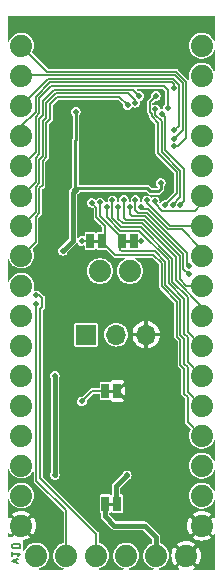
<source format=gbr>
G04 #@! TF.GenerationSoftware,KiCad,Pcbnew,(7.0.0)*
G04 #@! TF.CreationDate,2023-04-22T14:52:30+07:00*
G04 #@! TF.ProjectId,sparkfun-nrf52832-breakout,73706172-6b66-4756-9e2d-6e7266353238,rev?*
G04 #@! TF.SameCoordinates,Original*
G04 #@! TF.FileFunction,Copper,L2,Bot*
G04 #@! TF.FilePolarity,Positive*
%FSLAX46Y46*%
G04 Gerber Fmt 4.6, Leading zero omitted, Abs format (unit mm)*
G04 Created by KiCad (PCBNEW (7.0.0)) date 2023-04-22 14:52:30*
%MOMM*%
%LPD*%
G01*
G04 APERTURE LIST*
%ADD10C,0.177800*%
G04 #@! TA.AperFunction,NonConductor*
%ADD11C,0.177800*%
G04 #@! TD*
G04 #@! TA.AperFunction,EtchedComponent*
%ADD12C,0.254000*%
G04 #@! TD*
G04 #@! TA.AperFunction,ComponentPad*
%ADD13R,1.700000X1.700000*%
G04 #@! TD*
G04 #@! TA.AperFunction,ComponentPad*
%ADD14O,1.700000X1.700000*%
G04 #@! TD*
G04 #@! TA.AperFunction,ComponentPad*
%ADD15C,1.879600*%
G04 #@! TD*
G04 #@! TA.AperFunction,SMDPad,CuDef*
%ADD16R,0.635000X1.270000*%
G04 #@! TD*
G04 #@! TA.AperFunction,ViaPad*
%ADD17C,0.508000*%
G04 #@! TD*
G04 #@! TA.AperFunction,Conductor*
%ADD18C,0.152400*%
G04 #@! TD*
G04 #@! TA.AperFunction,Conductor*
%ADD19C,0.406400*%
G04 #@! TD*
G04 #@! TA.AperFunction,Conductor*
%ADD20C,0.400000*%
G04 #@! TD*
G04 #@! TA.AperFunction,Conductor*
%ADD21C,0.228600*%
G04 #@! TD*
G04 APERTURE END LIST*
D10*
D11*
X140550900Y-130386666D02*
X140076766Y-130217332D01*
X140076766Y-130217332D02*
X140550900Y-130047999D01*
X140076766Y-129404532D02*
X140076766Y-129810932D01*
X140076766Y-129607732D02*
X140787966Y-129607732D01*
X140787966Y-129607732D02*
X140686366Y-129675465D01*
X140686366Y-129675465D02*
X140618633Y-129743199D01*
X140618633Y-129743199D02*
X140584766Y-129810932D01*
X140787966Y-128964266D02*
X140787966Y-128896532D01*
X140787966Y-128896532D02*
X140754100Y-128828799D01*
X140754100Y-128828799D02*
X140720233Y-128794932D01*
X140720233Y-128794932D02*
X140652500Y-128761066D01*
X140652500Y-128761066D02*
X140517033Y-128727199D01*
X140517033Y-128727199D02*
X140347700Y-128727199D01*
X140347700Y-128727199D02*
X140212233Y-128761066D01*
X140212233Y-128761066D02*
X140144500Y-128794932D01*
X140144500Y-128794932D02*
X140110633Y-128828799D01*
X140110633Y-128828799D02*
X140076766Y-128896532D01*
X140076766Y-128896532D02*
X140076766Y-128964266D01*
X140076766Y-128964266D02*
X140110633Y-129031999D01*
X140110633Y-129031999D02*
X140144500Y-129065866D01*
X140144500Y-129065866D02*
X140212233Y-129099732D01*
X140212233Y-129099732D02*
X140347700Y-129133599D01*
X140347700Y-129133599D02*
X140517033Y-129133599D01*
X140517033Y-129133599D02*
X140652500Y-129099732D01*
X140652500Y-129099732D02*
X140720233Y-129065866D01*
X140720233Y-129065866D02*
X140754100Y-129031999D01*
X140754100Y-129031999D02*
X140787966Y-128964266D01*
D12*
G04 #@! TO.C,JP1*
X148119000Y-125350000D02*
X148881000Y-125350000D01*
G04 #@! TO.C,JP4*
X146819000Y-103100000D02*
X147581000Y-103100000D01*
G04 #@! TO.C,JP6*
X148881000Y-115800000D02*
X148119000Y-115800000D01*
G04 #@! TO.C,JP5*
X150256000Y-103125000D02*
X149494000Y-103125000D01*
G04 #@! TD*
D13*
G04 #@! TO.P,J5,1,Pin_1*
G04 #@! TO.N,/SWDCLK*
X146354999Y-111039999D03*
D14*
G04 #@! TO.P,J5,2,Pin_2*
G04 #@! TO.N,/SWDIO*
X148894999Y-111039999D03*
G04 #@! TO.P,J5,3,Pin_3*
G04 #@! TO.N,GND*
X151434999Y-111039999D03*
G04 #@! TD*
D15*
G04 #@! TO.P,J4,1,1*
G04 #@! TO.N,GND*
X156150000Y-127220000D03*
G04 #@! TO.P,J4,2,2*
G04 #@! TO.N,VIN*
X156150000Y-124680000D03*
G04 #@! TO.P,J4,3,3*
G04 #@! TO.N,VDD*
X156150000Y-122140000D03*
G04 #@! TO.P,J4,4,4*
G04 #@! TO.N,/P00*
X156150000Y-119600000D03*
G04 #@! TO.P,J4,5,5*
G04 #@! TO.N,/P01*
X156150000Y-117060000D03*
G04 #@! TO.P,J4,6,6*
G04 #@! TO.N,/P02*
X156150000Y-114520000D03*
G04 #@! TO.P,J4,7,7*
G04 #@! TO.N,/P03*
X156150000Y-111980000D03*
G04 #@! TO.P,J4,8,8*
G04 #@! TO.N,/P04*
X156150000Y-109440000D03*
G04 #@! TO.P,J4,9,9*
G04 #@! TO.N,/P05*
X156150000Y-106900000D03*
G04 #@! TO.P,J4,10,10*
G04 #@! TO.N,/P08*
X156150000Y-104360000D03*
G04 #@! TO.P,J4,11,11*
G04 #@! TO.N,/P09*
X156150000Y-101820000D03*
G04 #@! TO.P,J4,12,12*
G04 #@! TO.N,/P10*
X156150000Y-99280000D03*
G04 #@! TO.P,J4,13,13*
G04 #@! TO.N,/P11*
X156150000Y-96740000D03*
G04 #@! TO.P,J4,14,14*
G04 #@! TO.N,/P12*
X156150000Y-94200000D03*
G04 #@! TO.P,J4,15,15*
G04 #@! TO.N,/P13*
X156150000Y-91660000D03*
G04 #@! TO.P,J4,16,16*
G04 #@! TO.N,/P14*
X156150000Y-89120000D03*
G04 #@! TO.P,J4,17,17*
G04 #@! TO.N,/P15*
X156150000Y-86580000D03*
G04 #@! TD*
G04 #@! TO.P,J1,1,DTR*
G04 #@! TO.N,unconnected-(J1-DTR-Pad1)*
X142130000Y-129750000D03*
G04 #@! TO.P,J1,2,RXI*
G04 #@! TO.N,/P27*
X144670000Y-129750000D03*
G04 #@! TO.P,J1,3,TXO*
G04 #@! TO.N,/P26*
X147210000Y-129750000D03*
G04 #@! TO.P,J1,4,VCC*
G04 #@! TO.N,unconnected-(J1-VCC-Pad4)*
X149750000Y-129750000D03*
G04 #@! TO.P,J1,5,CTS*
G04 #@! TO.N,Net-(J1-CTS)*
X152290000Y-129750000D03*
G04 #@! TO.P,J1,6,GND*
G04 #@! TO.N,GND*
X154830000Y-129750000D03*
G04 #@! TD*
G04 #@! TO.P,J2,1,1*
G04 #@! TO.N,VDD*
X150070000Y-105650000D03*
G04 #@! TO.P,J2,2,2*
X147530000Y-105650000D03*
G04 #@! TD*
G04 #@! TO.P,J3,1,1*
G04 #@! TO.N,GND*
X140875000Y-127200000D03*
G04 #@! TO.P,J3,2,2*
G04 #@! TO.N,VIN*
X140875000Y-124660000D03*
G04 #@! TO.P,J3,3,3*
G04 #@! TO.N,VDD*
X140875000Y-122120000D03*
G04 #@! TO.P,J3,4,4*
G04 #@! TO.N,/~{RESET}*
X140875000Y-119580000D03*
G04 #@! TO.P,J3,5,5*
G04 #@! TO.N,/P31*
X140875000Y-117040000D03*
G04 #@! TO.P,J3,6,6*
G04 #@! TO.N,/P30*
X140875000Y-114500000D03*
G04 #@! TO.P,J3,7,7*
G04 #@! TO.N,/P29*
X140875000Y-111960000D03*
G04 #@! TO.P,J3,8,8*
G04 #@! TO.N,/P28*
X140875000Y-109420000D03*
G04 #@! TO.P,J3,9,9*
G04 #@! TO.N,/P25*
X140875000Y-106880000D03*
G04 #@! TO.P,J3,10,10*
G04 #@! TO.N,/P24*
X140875000Y-104340000D03*
G04 #@! TO.P,J3,11,11*
G04 #@! TO.N,/P23*
X140875000Y-101800000D03*
G04 #@! TO.P,J3,12,12*
G04 #@! TO.N,/P22*
X140875000Y-99260000D03*
G04 #@! TO.P,J3,13,13*
G04 #@! TO.N,/P20*
X140875000Y-96720000D03*
G04 #@! TO.P,J3,14,14*
G04 #@! TO.N,/P19*
X140875000Y-94180000D03*
G04 #@! TO.P,J3,15,15*
G04 #@! TO.N,/P18*
X140875000Y-91640000D03*
G04 #@! TO.P,J3,16,16*
G04 #@! TO.N,/P17*
X140875000Y-89100000D03*
G04 #@! TO.P,J3,17,17*
G04 #@! TO.N,/P16*
X140875000Y-86560000D03*
G04 #@! TD*
D16*
G04 #@! TO.P,JP1,1,1*
G04 #@! TO.N,Net-(J1-CTS)*
X147991999Y-125349999D03*
G04 #@! TO.P,JP1,2,2*
G04 #@! TO.N,VDD*
X149007999Y-125349999D03*
G04 #@! TD*
G04 #@! TO.P,JP4,1,1*
G04 #@! TO.N,Net-(Y2-2)*
X146691999Y-103099999D03*
G04 #@! TO.P,JP4,2,2*
G04 #@! TO.N,/P00*
X147707999Y-103099999D03*
G04 #@! TD*
G04 #@! TO.P,JP6,1,1*
G04 #@! TO.N,GND*
X149007999Y-115799999D03*
G04 #@! TO.P,JP6,2,2*
G04 #@! TO.N,Net-(JP6-Pad2)*
X147991999Y-115799999D03*
G04 #@! TD*
G04 #@! TO.P,JP5,1,1*
G04 #@! TO.N,Net-(Y2-1)*
X150382999Y-103124999D03*
G04 #@! TO.P,JP5,2,2*
G04 #@! TO.N,/P01*
X149366999Y-103124999D03*
G04 #@! TD*
D17*
G04 #@! TO.N,GND*
X145700000Y-107050000D03*
X143900000Y-92150000D03*
X144550000Y-98750000D03*
X145173700Y-118541800D03*
X146850100Y-84429600D03*
X148120100Y-84429600D03*
X147231100Y-93573600D03*
X144970500Y-86080600D03*
X151930100Y-86969600D03*
X145580100Y-84429600D03*
X146240500Y-86080600D03*
X153150000Y-125625000D03*
X156883100Y-84429600D03*
X148501100Y-97383600D03*
X151930100Y-88239600D03*
X151930100Y-84429600D03*
X148501100Y-96113600D03*
X153200100Y-86969600D03*
X151900000Y-105600000D03*
X154470100Y-84429600D03*
X142633700Y-87579200D03*
X148501100Y-94843600D03*
X146138900Y-124663200D03*
X151879300Y-98217600D03*
X151536400Y-90805000D03*
X149771100Y-93573600D03*
X149390100Y-84429600D03*
X149771100Y-96113600D03*
X145961100Y-101981000D03*
X144462500Y-102641400D03*
X148475000Y-121450000D03*
X147231100Y-94843600D03*
X150660100Y-84429600D03*
X144348200Y-116700300D03*
X146215100Y-87579200D03*
X147485100Y-87579200D03*
X155740100Y-84429600D03*
X147510500Y-86080600D03*
X151041100Y-93573600D03*
X153200100Y-88239600D03*
X148700000Y-88239600D03*
X151041100Y-96113600D03*
X147231100Y-96113600D03*
X141960600Y-84429600D03*
X147231100Y-97383600D03*
X153200100Y-84429600D03*
X153200100Y-85699600D03*
X150660100Y-85699600D03*
X142430500Y-85550000D03*
X148551900Y-118033800D03*
X143700500Y-86080600D03*
X143294100Y-84429600D03*
X151041100Y-94843600D03*
X145173700Y-120700800D03*
X150660100Y-86969600D03*
X152717500Y-99386000D03*
X149771100Y-97383600D03*
X148501100Y-93573600D03*
X151930100Y-85699600D03*
X154470100Y-85699600D03*
X151050000Y-119625000D03*
X151041100Y-97383600D03*
X150660100Y-88239600D03*
X144923900Y-95961200D03*
X149771100Y-94843600D03*
G04 #@! TO.N,VDD*
X143700500Y-122910600D03*
X144386300Y-103936800D03*
X143700500Y-114528600D03*
X145453100Y-98780600D03*
X145478500Y-92151200D03*
X149800000Y-122950000D03*
X152666700Y-98196400D03*
G04 #@! TO.N,Net-(Y2-2)*
X145986500Y-103098600D03*
G04 #@! TO.N,Net-(Y2-1)*
X151015700Y-103098600D03*
G04 #@! TO.N,/P07*
X155054300Y-105257600D03*
X150533100Y-99644200D03*
G04 #@! TO.N,/P27*
X142151100Y-108483400D03*
G04 #@! TO.N,/P26*
X142151100Y-107696000D03*
G04 #@! TO.N,/P10*
X152158700Y-99745800D03*
G04 #@! TO.N,/P09*
X151498300Y-99669600D03*
G04 #@! TO.N,/~{RESET}*
X152781000Y-92316300D03*
X154343100Y-100076000D03*
G04 #@! TO.N,/P24*
X149860000Y-91605100D03*
G04 #@! TO.N,/P23*
X150495000Y-91401900D03*
G04 #@! TO.N,/P22*
X150837900Y-90830400D03*
G04 #@! TO.N,/P20*
X153276300Y-91871800D03*
G04 #@! TO.N,/P19*
X153758900Y-90144600D03*
G04 #@! TO.N,/P18*
X153835100Y-93751400D03*
G04 #@! TO.N,/P17*
X153835100Y-94437200D03*
G04 #@! TO.N,/P16*
X153835100Y-95097600D03*
G04 #@! TO.N,/P00*
X146824700Y-99872800D03*
G04 #@! TO.N,/P01*
X147535900Y-99847400D03*
G04 #@! TO.N,/P02*
X148094700Y-100228400D03*
G04 #@! TO.N,/P03*
X148586900Y-99660000D03*
G04 #@! TO.N,/P04*
X149072600Y-100228400D03*
G04 #@! TO.N,/P05*
X149555200Y-99644200D03*
G04 #@! TO.N,/P08*
X151015700Y-100228400D03*
G04 #@! TO.N,/SWDIO*
X153022300Y-100076000D03*
X152260300Y-90830400D03*
G04 #@! TO.N,/SWDCLK*
X152209500Y-91948000D03*
X153682700Y-100076000D03*
G04 #@! TO.N,Net-(JP6-Pad2)*
X146000100Y-116687600D03*
G04 #@! TO.N,/P06*
X150037800Y-100228400D03*
X155054300Y-105918000D03*
G04 #@! TD*
D18*
G04 #@! TO.N,/P00*
X147739848Y-101625400D02*
X147739100Y-101625400D01*
X147936600Y-101822152D02*
X147739848Y-101625400D01*
X148800000Y-104292400D02*
X147936600Y-103429000D01*
X147936600Y-103429000D02*
X147936600Y-101822152D01*
X148800000Y-104292400D02*
X152031700Y-104292400D01*
D19*
G04 #@! TO.N,VDD*
X143700500Y-114528600D02*
X143700500Y-122910600D01*
D20*
X148900000Y-125343600D02*
X148906400Y-125350000D01*
X149800000Y-122950000D02*
X148900000Y-123850000D01*
D19*
X145224500Y-103098600D02*
X144386300Y-103936800D01*
D21*
X145478500Y-98755200D02*
X145580100Y-98653600D01*
D19*
X145224500Y-99009200D02*
X145224500Y-103098600D01*
D21*
X145453100Y-98780600D02*
X145453100Y-94564200D01*
X152463500Y-98907600D02*
X152666700Y-98704400D01*
X145453100Y-94564200D02*
X145478500Y-94538800D01*
X152666700Y-98196400D02*
X152666700Y-98704400D01*
D20*
X148900000Y-123850000D02*
X148900000Y-125343600D01*
D21*
X145580100Y-98653600D02*
X151549100Y-98653600D01*
D19*
X145478500Y-98755200D02*
X145224500Y-99009200D01*
D21*
X145453100Y-98780600D02*
X145478500Y-98755200D01*
X151803100Y-98907600D02*
X151549100Y-98653600D01*
X151803100Y-98907600D02*
X152463500Y-98907600D01*
X145478500Y-94538800D02*
X145478500Y-92151200D01*
D18*
G04 #@! TO.N,Net-(Y2-2)*
X146723100Y-103098600D02*
X145986500Y-103098600D01*
G04 #@! TO.N,Net-(Y2-1)*
X150279100Y-103098600D02*
X151015700Y-103098600D01*
G04 #@! TO.N,/P07*
X150736300Y-100711000D02*
X151472900Y-100711000D01*
X151472900Y-100711000D02*
X154927300Y-104165400D01*
X150533100Y-100507800D02*
X150736300Y-100711000D01*
X154927300Y-105130600D02*
X155054300Y-105257600D01*
X154927300Y-104165400D02*
X154927300Y-105130600D01*
X150533100Y-99644200D02*
X150533100Y-100507800D01*
G04 #@! TO.N,/P27*
X144670000Y-125918900D02*
X144670000Y-129750000D01*
X142151100Y-123400000D02*
X144670000Y-125918900D01*
X142151100Y-108483400D02*
X142151100Y-123400000D01*
G04 #@! TO.N,/P26*
X142151100Y-107696000D02*
X142405100Y-107696000D01*
X142455900Y-123155900D02*
X147210000Y-127910000D01*
X142659100Y-108661200D02*
X142455900Y-108864400D01*
X142659100Y-107950000D02*
X142659100Y-108661200D01*
X142455900Y-108864400D02*
X142455900Y-123155900D01*
X142405100Y-107696000D02*
X142659100Y-107950000D01*
X147210000Y-127910000D02*
X147210000Y-129750000D01*
G04 #@! TO.N,/P10*
X152158700Y-99898200D02*
X152158700Y-99745800D01*
X156121100Y-99415600D02*
X156121100Y-99288600D01*
X156121100Y-99999800D02*
X155562300Y-100558600D01*
X152819100Y-100558600D02*
X152158700Y-99898200D01*
X152819100Y-100558600D02*
X155562300Y-100558600D01*
X156121100Y-99288600D02*
X156121100Y-99999800D01*
G04 #@! TO.N,/P09*
X151498300Y-99669600D02*
X151498300Y-99872800D01*
X153454100Y-101828600D02*
X156121100Y-101828600D01*
X151498300Y-99872800D02*
X153454100Y-101828600D01*
G04 #@! TO.N,/~{RESET}*
X152781000Y-92316300D02*
X153047700Y-92583000D01*
X153047700Y-92583000D02*
X153047700Y-95427800D01*
X154647900Y-97028000D02*
X154647900Y-99745800D01*
X154343100Y-100050600D02*
X154647900Y-99745800D01*
X153047700Y-95427800D02*
X154647900Y-97028000D01*
X154343100Y-100076000D02*
X154343100Y-100050600D01*
G04 #@! TO.N,/P24*
X142989300Y-96037400D02*
X142684500Y-96342200D01*
X142074900Y-101066600D02*
X142074900Y-103174800D01*
X142379700Y-98653600D02*
X142379700Y-100761800D01*
X142989300Y-93116400D02*
X142989300Y-96037400D01*
X143294100Y-92811600D02*
X142989300Y-93116400D01*
X142684500Y-98348800D02*
X142379700Y-98653600D01*
X142379700Y-100761800D02*
X142074900Y-101066600D01*
X142684500Y-96342200D02*
X142684500Y-98348800D01*
X149161500Y-90906600D02*
X149860000Y-91605100D01*
X142074900Y-103174800D02*
X140881100Y-104368600D01*
X143929100Y-90906600D02*
X149161500Y-90906600D01*
X143294100Y-91541600D02*
X143294100Y-92811600D01*
X143294100Y-91541600D02*
X143929100Y-90906600D01*
G04 #@! TO.N,/P23*
X150495000Y-91198700D02*
X149898100Y-90601800D01*
X142074900Y-100634800D02*
X140881100Y-101828600D01*
X150495000Y-91401900D02*
X150495000Y-91198700D01*
X143802100Y-90601800D02*
X142989300Y-91414600D01*
X142074900Y-98526600D02*
X142379700Y-98221800D01*
X149898100Y-90601800D02*
X143802100Y-90601800D01*
X142379700Y-96215200D02*
X142684500Y-95910400D01*
X142684500Y-92989400D02*
X142989300Y-92684600D01*
X142074900Y-98526600D02*
X142074900Y-100634800D01*
X142379700Y-98221800D02*
X142379700Y-96215200D01*
X142684500Y-95910400D02*
X142684500Y-92989400D01*
X142989300Y-92684600D02*
X142989300Y-91414600D01*
G04 #@! TO.N,/P22*
X142684500Y-91287600D02*
X142684500Y-92456000D01*
X142379700Y-92760800D02*
X142379700Y-95783400D01*
X150304500Y-90297000D02*
X150837900Y-90830400D01*
X142074900Y-96088200D02*
X142074900Y-98094800D01*
X143675100Y-90297000D02*
X142684500Y-91287600D01*
X142379700Y-95783400D02*
X142074900Y-96088200D01*
X142684500Y-92456000D02*
X142379700Y-92760800D01*
X150787100Y-90779600D02*
X150837900Y-90830400D01*
X142074900Y-98094800D02*
X140881100Y-99288600D01*
X150304500Y-90297000D02*
X143675100Y-90297000D01*
G04 #@! TO.N,/P20*
X153276300Y-90297000D02*
X152971500Y-89992200D01*
X142074900Y-92608400D02*
X142074900Y-95554800D01*
X142074900Y-92608400D02*
X142379700Y-92303600D01*
X152971500Y-89992200D02*
X143421100Y-89992200D01*
X143421100Y-89992200D02*
X142379700Y-91033600D01*
X142074900Y-95554800D02*
X140881100Y-96748600D01*
X153276300Y-91871800D02*
X153276300Y-90297000D01*
X142379700Y-92303600D02*
X142379700Y-91033600D01*
G04 #@! TO.N,/P19*
X153758900Y-89839800D02*
X153606500Y-89687400D01*
X142074900Y-90906600D02*
X142074900Y-92176600D01*
X153758900Y-90144600D02*
X153758900Y-89839800D01*
X140881100Y-93370400D02*
X140881100Y-94208600D01*
X143294100Y-89687400D02*
X142074900Y-90906600D01*
X142074900Y-92176600D02*
X140881100Y-93370400D01*
X153606500Y-89687400D02*
X143294100Y-89687400D01*
G04 #@! TO.N,/P18*
X153733500Y-89382600D02*
X154241500Y-89890600D01*
X153733500Y-89382600D02*
X143167100Y-89382600D01*
X143167100Y-89382600D02*
X140881100Y-91668600D01*
X154241500Y-93345000D02*
X154241500Y-89890600D01*
X154241500Y-93345000D02*
X153835100Y-93751400D01*
G04 #@! TO.N,/P17*
X154546300Y-93726000D02*
X153835100Y-94437200D01*
X153860500Y-89077800D02*
X140931900Y-89077800D01*
X154546300Y-89763600D02*
X153860500Y-89077800D01*
X154546300Y-93726000D02*
X154546300Y-89763600D01*
X140931900Y-89077800D02*
X140881100Y-89128600D01*
G04 #@! TO.N,/P16*
X153835100Y-95097600D02*
X154139900Y-95097600D01*
X154851100Y-89636600D02*
X153987500Y-88773000D01*
X153987500Y-88773000D02*
X143065500Y-88773000D01*
X154851100Y-94386400D02*
X154851100Y-89636600D01*
X143065500Y-88773000D02*
X140881100Y-86588600D01*
X154139900Y-95097600D02*
X154851100Y-94386400D01*
G04 #@! TO.N,/P00*
X147231100Y-100279200D02*
X147231100Y-101117400D01*
X154343100Y-111506000D02*
X154343100Y-113614200D01*
X152742900Y-106959400D02*
X154038300Y-108254800D01*
X154343100Y-113614200D02*
X154647900Y-113919000D01*
X147739100Y-103098600D02*
X147815300Y-103098600D01*
X152742900Y-105003600D02*
X152742900Y-106959400D01*
X146824700Y-99872800D02*
X147231100Y-100279200D01*
X154038300Y-108254800D02*
X154038300Y-111201200D01*
X154647900Y-113919000D02*
X154647900Y-116027200D01*
X154647900Y-116027200D02*
X154952700Y-116332000D01*
X154952700Y-116332000D02*
X154952700Y-118440200D01*
X147231100Y-101117400D02*
X147739100Y-101625400D01*
X152031700Y-104292400D02*
X152742900Y-105003600D01*
X154952700Y-118440200D02*
X156121100Y-119608600D01*
X154038300Y-111201200D02*
X154343100Y-111506000D01*
G04 #@! TO.N,/P01*
X153047700Y-104876600D02*
X153047700Y-106832400D01*
X149263100Y-103860600D02*
X149390100Y-103987600D01*
X149263100Y-103098600D02*
X149263100Y-103860600D01*
X154343100Y-108127800D02*
X154343100Y-111074200D01*
X147535900Y-100990400D02*
X149263100Y-102717600D01*
X154952700Y-115900200D02*
X156121100Y-117068600D01*
X147535900Y-99847400D02*
X147535900Y-100990400D01*
X154647900Y-113487200D02*
X154952700Y-113792000D01*
X153047700Y-106832400D02*
X154343100Y-108127800D01*
X154343100Y-111074200D02*
X154647900Y-111379000D01*
X154647900Y-111379000D02*
X154647900Y-113487200D01*
X152158700Y-103987600D02*
X153047700Y-104876600D01*
X149390100Y-103987600D02*
X152158700Y-103987600D01*
X154952700Y-113792000D02*
X154952700Y-115900200D01*
X149263100Y-102717600D02*
X149263100Y-103098600D01*
G04 #@! TO.N,/P02*
X153352500Y-104749600D02*
X153352500Y-106705400D01*
X154647900Y-110947200D02*
X154952700Y-111252000D01*
X148094700Y-100228400D02*
X148094700Y-101117400D01*
X153352500Y-106705400D02*
X154647900Y-108000800D01*
X149212300Y-102235000D02*
X150837900Y-102235000D01*
X154952700Y-111252000D02*
X154952700Y-113360200D01*
X154952700Y-113360200D02*
X156121100Y-114528600D01*
X150837900Y-102235000D02*
X153352500Y-104749600D01*
X148094700Y-101117400D02*
X149212300Y-102235000D01*
X154647900Y-108000800D02*
X154647900Y-110947200D01*
G04 #@! TO.N,/P03*
X148586900Y-101177800D02*
X149339300Y-101930200D01*
X148586900Y-99660000D02*
X148586900Y-101177800D01*
X153657300Y-106578400D02*
X154952700Y-107873800D01*
X154952700Y-110820200D02*
X156121100Y-111988600D01*
X154952700Y-107873800D02*
X154952700Y-110820200D01*
X150964900Y-101930200D02*
X153657300Y-104622600D01*
X149339300Y-101930200D02*
X150964900Y-101930200D01*
X153657300Y-104622600D02*
X153657300Y-106578400D01*
G04 #@! TO.N,/P04*
X149072600Y-100228400D02*
X149072600Y-101231700D01*
X156121100Y-108610400D02*
X156121100Y-109448600D01*
X149072600Y-101231700D02*
X149466300Y-101625400D01*
X149466300Y-101625400D02*
X151091900Y-101625400D01*
X153962100Y-104495600D02*
X153962100Y-106451400D01*
X151091900Y-101625400D02*
X153962100Y-104495600D01*
X153962100Y-106451400D02*
X156121100Y-108610400D01*
G04 #@! TO.N,/P05*
X151218900Y-101320600D02*
X154266900Y-104368600D01*
X149720300Y-101320600D02*
X151218900Y-101320600D01*
X154851100Y-106908600D02*
X154266900Y-106324400D01*
X154266900Y-106324400D02*
X154266900Y-104368600D01*
X156121100Y-106908600D02*
X154851100Y-106908600D01*
X149555200Y-99644200D02*
X149555200Y-101155500D01*
X149555200Y-101155500D02*
X149720300Y-101320600D01*
G04 #@! TO.N,/P08*
X153327100Y-102133400D02*
X154495500Y-102133400D01*
X151193500Y-100406200D02*
X151599900Y-100406200D01*
X154495500Y-102133400D02*
X156121100Y-103759000D01*
X151015700Y-100228400D02*
X151193500Y-100406200D01*
X156121100Y-103759000D02*
X156121100Y-104368600D01*
X151599900Y-100406200D02*
X153327100Y-102133400D01*
G04 #@! TO.N,/SWDIO*
X151904700Y-92329000D02*
X151904700Y-92557600D01*
X152438100Y-93091000D02*
X152438100Y-95681800D01*
X153022300Y-100076000D02*
X153022300Y-100050600D01*
X151904700Y-92557600D02*
X152438100Y-93091000D01*
X154038300Y-97282000D02*
X154038300Y-99034600D01*
X152438100Y-95681800D02*
X154038300Y-97282000D01*
X151726900Y-91363800D02*
X152260300Y-90830400D01*
X151726900Y-92151200D02*
X151726900Y-91363800D01*
X153022300Y-100050600D02*
X154038300Y-99034600D01*
X151726900Y-92151200D02*
X151904700Y-92329000D01*
G04 #@! TO.N,/SWDCLK*
X152742900Y-92964000D02*
X152742900Y-95554800D01*
X153682700Y-100050600D02*
X154343100Y-99390200D01*
X152209500Y-91948000D02*
X152209500Y-92430600D01*
X152742900Y-95554800D02*
X154343100Y-97155000D01*
X153682700Y-100076000D02*
X153682700Y-100050600D01*
X152209500Y-92430600D02*
X152742900Y-92964000D01*
X154343100Y-97155000D02*
X154343100Y-99390200D01*
G04 #@! TO.N,Net-(JP6-Pad2)*
X146000100Y-116687600D02*
X146889100Y-115798600D01*
X146889100Y-115798600D02*
X147993100Y-115798600D01*
G04 #@! TO.N,/P06*
X154571700Y-105460800D02*
X155028900Y-105918000D01*
X154571700Y-105460800D02*
X154571700Y-104241600D01*
X154571700Y-104241600D02*
X151345900Y-101015800D01*
X150202900Y-101015800D02*
X151345900Y-101015800D01*
X155028900Y-105918000D02*
X155054300Y-105918000D01*
X150037800Y-100850700D02*
X150202900Y-101015800D01*
X150037800Y-100228400D02*
X150037800Y-100850700D01*
D20*
G04 #@! TO.N,Net-(J1-CTS)*
X147950000Y-126400000D02*
X147950000Y-125200000D01*
X152290000Y-128190000D02*
X151300000Y-127200000D01*
X152290000Y-129750000D02*
X152290000Y-128190000D01*
X148750000Y-127200000D02*
X147950000Y-126400000D01*
X151300000Y-127200000D02*
X148750000Y-127200000D01*
G04 #@! TD*
G04 #@! TA.AperFunction,Conductor*
G04 #@! TO.N,GND*
G36*
X152894910Y-90239606D02*
G01*
X153028894Y-90373590D01*
X153047200Y-90417784D01*
X153047200Y-91499569D01*
X153028894Y-91543763D01*
X152946484Y-91626172D01*
X152946481Y-91626175D01*
X152943008Y-91629649D01*
X152940780Y-91634021D01*
X152940776Y-91634027D01*
X152886723Y-91740112D01*
X152886721Y-91740116D01*
X152884491Y-91744494D01*
X152883722Y-91749344D01*
X152883721Y-91749350D01*
X152867040Y-91854675D01*
X152842047Y-91895461D01*
X152795535Y-91906629D01*
X152785860Y-91905097D01*
X152785855Y-91905097D01*
X152781000Y-91904328D01*
X152776145Y-91905097D01*
X152776143Y-91905097D01*
X152680357Y-91920267D01*
X152648182Y-91916884D01*
X152622009Y-91897868D01*
X152608850Y-91868313D01*
X152601309Y-91820694D01*
X152569681Y-91758621D01*
X152545023Y-91710227D01*
X152545022Y-91710225D01*
X152542792Y-91705849D01*
X152451651Y-91614708D01*
X152447275Y-91612478D01*
X152447272Y-91612476D01*
X152341187Y-91558423D01*
X152341185Y-91558422D01*
X152336806Y-91556191D01*
X152331953Y-91555422D01*
X152331949Y-91555421D01*
X152214355Y-91536797D01*
X152209500Y-91536028D01*
X152204645Y-91536797D01*
X152087050Y-91555421D01*
X152087044Y-91555422D01*
X152082194Y-91556191D01*
X152077815Y-91558421D01*
X152077809Y-91558424D01*
X152046874Y-91574187D01*
X152005506Y-91579633D01*
X151969928Y-91557832D01*
X151956000Y-91518499D01*
X151956000Y-91484584D01*
X151974306Y-91440390D01*
X152020735Y-91393961D01*
X152161835Y-91252859D01*
X152186714Y-91237614D01*
X152215805Y-91235325D01*
X152255440Y-91241603D01*
X152255445Y-91241603D01*
X152260300Y-91242372D01*
X152387606Y-91222209D01*
X152502451Y-91163692D01*
X152593592Y-91072551D01*
X152652109Y-90957706D01*
X152672272Y-90830400D01*
X152652109Y-90703094D01*
X152601878Y-90604511D01*
X152595823Y-90592627D01*
X152595822Y-90592625D01*
X152593592Y-90588249D01*
X152502451Y-90497108D01*
X152498075Y-90494878D01*
X152498072Y-90494876D01*
X152391987Y-90440823D01*
X152391985Y-90440822D01*
X152387606Y-90438591D01*
X152382753Y-90437822D01*
X152382749Y-90437821D01*
X152265155Y-90419197D01*
X152260300Y-90418428D01*
X152255445Y-90419197D01*
X152137850Y-90437821D01*
X152137844Y-90437822D01*
X152132994Y-90438591D01*
X152128616Y-90440821D01*
X152128612Y-90440823D01*
X152022527Y-90494876D01*
X152022521Y-90494880D01*
X152018149Y-90497108D01*
X152014675Y-90500581D01*
X152014672Y-90500584D01*
X151930484Y-90584772D01*
X151930481Y-90584775D01*
X151927008Y-90588249D01*
X151924780Y-90592621D01*
X151924776Y-90592627D01*
X151870723Y-90698712D01*
X151870721Y-90698716D01*
X151868491Y-90703094D01*
X151867722Y-90707944D01*
X151867721Y-90707950D01*
X151850166Y-90818793D01*
X151848328Y-90830400D01*
X151849097Y-90835255D01*
X151849097Y-90835257D01*
X151855374Y-90874894D01*
X151853084Y-90903984D01*
X151837837Y-90928864D01*
X151570300Y-91196401D01*
X151567928Y-91198652D01*
X151542295Y-91221732D01*
X151542288Y-91221740D01*
X151537414Y-91226130D01*
X151534744Y-91232125D01*
X151534741Y-91232130D01*
X151526938Y-91249655D01*
X151522262Y-91258266D01*
X151511816Y-91274353D01*
X151511813Y-91274358D01*
X151508239Y-91279864D01*
X151507211Y-91286346D01*
X151507211Y-91286349D01*
X151506626Y-91290045D01*
X151501995Y-91305679D01*
X151497800Y-91315103D01*
X151497800Y-91321673D01*
X151497800Y-91340856D01*
X151497030Y-91350633D01*
X151494030Y-91369569D01*
X151494030Y-91369572D01*
X151493003Y-91376058D01*
X151495671Y-91386017D01*
X151497800Y-91402188D01*
X151497800Y-92143581D01*
X151497714Y-92146852D01*
X151495909Y-92181276D01*
X151495909Y-92181280D01*
X151495566Y-92187839D01*
X151497920Y-92193973D01*
X151497921Y-92193975D01*
X151504791Y-92211874D01*
X151507576Y-92221274D01*
X151512931Y-92246465D01*
X151518990Y-92254805D01*
X151526771Y-92269134D01*
X151530468Y-92278764D01*
X151535112Y-92283408D01*
X151548674Y-92296970D01*
X151555043Y-92304427D01*
X151566317Y-92319944D01*
X151570178Y-92325258D01*
X151575863Y-92328540D01*
X151575864Y-92328541D01*
X151579102Y-92330410D01*
X151592048Y-92340344D01*
X151657294Y-92405590D01*
X151675600Y-92449784D01*
X151675600Y-92549981D01*
X151675514Y-92553252D01*
X151673709Y-92587676D01*
X151673709Y-92587680D01*
X151673366Y-92594239D01*
X151675720Y-92600373D01*
X151675721Y-92600375D01*
X151682591Y-92618274D01*
X151685376Y-92627674D01*
X151688492Y-92642335D01*
X151690731Y-92652865D01*
X151696790Y-92661205D01*
X151704571Y-92675534D01*
X151708268Y-92685164D01*
X151712912Y-92689808D01*
X151726474Y-92703370D01*
X151732843Y-92710827D01*
X151736230Y-92715489D01*
X151747978Y-92731658D01*
X151753663Y-92734940D01*
X151753664Y-92734941D01*
X151756902Y-92736810D01*
X151769848Y-92746744D01*
X152190694Y-93167590D01*
X152209000Y-93211784D01*
X152209000Y-95674181D01*
X152208914Y-95677452D01*
X152207109Y-95711876D01*
X152207109Y-95711880D01*
X152206766Y-95718439D01*
X152209120Y-95724573D01*
X152209121Y-95724575D01*
X152215991Y-95742474D01*
X152218776Y-95751874D01*
X152219785Y-95756623D01*
X152224131Y-95777065D01*
X152230190Y-95785405D01*
X152237971Y-95799734D01*
X152241668Y-95809364D01*
X152246312Y-95814007D01*
X152246312Y-95814008D01*
X152259874Y-95827570D01*
X152266243Y-95835027D01*
X152277517Y-95850544D01*
X152281378Y-95855858D01*
X152287063Y-95859140D01*
X152287064Y-95859141D01*
X152290302Y-95861010D01*
X152303248Y-95870944D01*
X153790894Y-97358590D01*
X153809200Y-97402784D01*
X153809200Y-98913816D01*
X153804442Y-98937734D01*
X153790894Y-98958010D01*
X153098837Y-99650064D01*
X153073958Y-99665311D01*
X153044869Y-99667601D01*
X153027159Y-99664797D01*
X153027156Y-99664797D01*
X153022300Y-99664028D01*
X153010693Y-99665866D01*
X152899850Y-99683421D01*
X152899844Y-99683422D01*
X152894994Y-99684191D01*
X152890616Y-99686421D01*
X152890612Y-99686423D01*
X152784527Y-99740476D01*
X152784521Y-99740480D01*
X152780149Y-99742708D01*
X152776675Y-99746181D01*
X152776672Y-99746184D01*
X152692484Y-99830372D01*
X152692481Y-99830375D01*
X152689008Y-99833849D01*
X152686778Y-99838224D01*
X152686776Y-99838228D01*
X152676210Y-99858966D01*
X152644439Y-99888334D01*
X152601208Y-99890032D01*
X152567232Y-99863247D01*
X152558791Y-99820814D01*
X152567817Y-99763829D01*
X152570672Y-99745800D01*
X152550509Y-99618494D01*
X152501215Y-99521750D01*
X152494223Y-99508027D01*
X152494222Y-99508025D01*
X152491992Y-99503649D01*
X152400851Y-99412508D01*
X152396475Y-99410278D01*
X152396472Y-99410276D01*
X152290387Y-99356223D01*
X152290385Y-99356222D01*
X152286006Y-99353991D01*
X152281153Y-99353222D01*
X152281149Y-99353221D01*
X152163555Y-99334597D01*
X152158700Y-99333828D01*
X152153845Y-99334597D01*
X152036250Y-99353221D01*
X152036244Y-99353222D01*
X152031394Y-99353991D01*
X152027016Y-99356221D01*
X152027012Y-99356223D01*
X151920929Y-99410276D01*
X151920927Y-99410276D01*
X151916549Y-99412508D01*
X151913074Y-99415982D01*
X151913067Y-99415988D01*
X151910789Y-99418266D01*
X151866596Y-99436568D01*
X151822405Y-99418262D01*
X151743927Y-99339784D01*
X151740451Y-99336308D01*
X151736075Y-99334078D01*
X151736072Y-99334076D01*
X151629987Y-99280023D01*
X151629985Y-99280022D01*
X151625606Y-99277791D01*
X151620753Y-99277022D01*
X151620749Y-99277021D01*
X151503155Y-99258397D01*
X151498300Y-99257628D01*
X151493445Y-99258397D01*
X151375850Y-99277021D01*
X151375844Y-99277022D01*
X151370994Y-99277791D01*
X151366616Y-99280021D01*
X151366612Y-99280023D01*
X151260527Y-99334076D01*
X151260521Y-99334080D01*
X151256149Y-99336308D01*
X151252675Y-99339781D01*
X151252672Y-99339784D01*
X151168484Y-99423972D01*
X151168481Y-99423975D01*
X151165008Y-99427449D01*
X151162780Y-99431821D01*
X151162776Y-99431827D01*
X151108723Y-99537912D01*
X151108721Y-99537916D01*
X151106491Y-99542294D01*
X151105722Y-99547144D01*
X151105721Y-99547150D01*
X151094562Y-99617610D01*
X151086328Y-99669600D01*
X151087097Y-99674455D01*
X151087097Y-99674456D01*
X151098541Y-99746714D01*
X151092499Y-99784864D01*
X151065187Y-99812177D01*
X151027038Y-99818222D01*
X151020563Y-99817197D01*
X151020556Y-99817197D01*
X151015700Y-99816428D01*
X151010845Y-99817197D01*
X151010840Y-99817197D01*
X151000236Y-99818876D01*
X150962086Y-99812832D01*
X150934773Y-99785518D01*
X150928732Y-99747367D01*
X150928836Y-99746714D01*
X150934690Y-99709752D01*
X150944303Y-99649060D01*
X150944303Y-99649055D01*
X150945072Y-99644200D01*
X150924909Y-99516894D01*
X150893281Y-99454821D01*
X150868623Y-99406427D01*
X150868622Y-99406425D01*
X150866392Y-99402049D01*
X150775251Y-99310908D01*
X150770875Y-99308678D01*
X150770872Y-99308676D01*
X150664787Y-99254623D01*
X150664785Y-99254622D01*
X150660406Y-99252391D01*
X150655553Y-99251622D01*
X150655549Y-99251621D01*
X150537955Y-99232997D01*
X150533100Y-99232228D01*
X150528245Y-99232997D01*
X150410650Y-99251621D01*
X150410644Y-99251622D01*
X150405794Y-99252391D01*
X150401416Y-99254621D01*
X150401412Y-99254623D01*
X150295327Y-99308676D01*
X150295321Y-99308680D01*
X150290949Y-99310908D01*
X150287475Y-99314381D01*
X150287472Y-99314384D01*
X150203284Y-99398572D01*
X150203281Y-99398575D01*
X150199808Y-99402049D01*
X150197580Y-99406421D01*
X150197576Y-99406427D01*
X150143523Y-99512512D01*
X150143521Y-99512516D01*
X150141291Y-99516894D01*
X150140522Y-99521744D01*
X150140521Y-99521750D01*
X150131837Y-99576582D01*
X150121128Y-99644200D01*
X150121897Y-99649055D01*
X150121897Y-99649056D01*
X150137794Y-99749431D01*
X150131751Y-99787582D01*
X150104438Y-99814896D01*
X150066287Y-99820939D01*
X150042657Y-99817197D01*
X150042655Y-99817197D01*
X150037800Y-99816428D01*
X150032945Y-99817197D01*
X150032940Y-99817197D01*
X150022336Y-99818876D01*
X149984186Y-99812832D01*
X149956873Y-99785518D01*
X149950832Y-99747367D01*
X149950936Y-99746714D01*
X149956790Y-99709752D01*
X149966403Y-99649060D01*
X149966403Y-99649055D01*
X149967172Y-99644200D01*
X149947009Y-99516894D01*
X149915381Y-99454821D01*
X149890723Y-99406427D01*
X149890722Y-99406425D01*
X149888492Y-99402049D01*
X149797351Y-99310908D01*
X149792975Y-99308678D01*
X149792972Y-99308676D01*
X149686887Y-99254623D01*
X149686885Y-99254622D01*
X149682506Y-99252391D01*
X149677653Y-99251622D01*
X149677649Y-99251621D01*
X149560055Y-99232997D01*
X149555200Y-99232228D01*
X149550345Y-99232997D01*
X149432750Y-99251621D01*
X149432744Y-99251622D01*
X149427894Y-99252391D01*
X149423516Y-99254621D01*
X149423512Y-99254623D01*
X149317427Y-99308676D01*
X149317421Y-99308680D01*
X149313049Y-99310908D01*
X149309575Y-99314381D01*
X149309572Y-99314384D01*
X149225384Y-99398572D01*
X149225381Y-99398575D01*
X149221908Y-99402049D01*
X149219680Y-99406421D01*
X149219676Y-99406427D01*
X149165623Y-99512512D01*
X149165621Y-99512516D01*
X149163391Y-99516894D01*
X149162622Y-99521744D01*
X149162621Y-99521750D01*
X149153937Y-99576582D01*
X149143228Y-99644200D01*
X149156017Y-99724950D01*
X149159568Y-99747368D01*
X149153525Y-99785519D01*
X149126213Y-99812832D01*
X149088062Y-99818876D01*
X149077459Y-99817197D01*
X149077455Y-99817197D01*
X149072600Y-99816428D01*
X149067744Y-99817197D01*
X149067740Y-99817197D01*
X149056524Y-99818973D01*
X149018374Y-99812929D01*
X148991062Y-99785616D01*
X148985019Y-99747465D01*
X148985773Y-99742708D01*
X148998872Y-99660000D01*
X148978709Y-99532694D01*
X148927314Y-99431827D01*
X148922423Y-99422227D01*
X148922422Y-99422225D01*
X148920192Y-99417849D01*
X148829051Y-99326708D01*
X148824675Y-99324478D01*
X148824672Y-99324476D01*
X148718587Y-99270423D01*
X148718585Y-99270422D01*
X148714206Y-99268191D01*
X148709353Y-99267422D01*
X148709349Y-99267421D01*
X148591755Y-99248797D01*
X148586900Y-99248028D01*
X148582045Y-99248797D01*
X148464450Y-99267421D01*
X148464444Y-99267422D01*
X148459594Y-99268191D01*
X148455216Y-99270421D01*
X148455212Y-99270423D01*
X148349127Y-99324476D01*
X148349121Y-99324480D01*
X148344749Y-99326708D01*
X148341275Y-99330181D01*
X148341272Y-99330184D01*
X148257084Y-99414372D01*
X148257081Y-99414375D01*
X148253608Y-99417849D01*
X148251380Y-99422221D01*
X148251376Y-99422227D01*
X148197323Y-99528312D01*
X148197321Y-99528316D01*
X148195091Y-99532694D01*
X148194322Y-99537544D01*
X148194321Y-99537550D01*
X148182906Y-99609627D01*
X148174928Y-99660000D01*
X148176921Y-99672583D01*
X148188948Y-99748521D01*
X148182905Y-99786672D01*
X148155592Y-99813985D01*
X148117442Y-99820029D01*
X148099558Y-99817197D01*
X148099555Y-99817197D01*
X148094700Y-99816428D01*
X148089845Y-99817197D01*
X148089843Y-99817197D01*
X148008409Y-99830094D01*
X147961896Y-99818926D01*
X147936902Y-99778140D01*
X147934635Y-99763829D01*
X147927709Y-99720094D01*
X147891513Y-99649056D01*
X147871423Y-99609627D01*
X147871422Y-99609625D01*
X147869192Y-99605249D01*
X147778051Y-99514108D01*
X147773675Y-99511878D01*
X147773672Y-99511876D01*
X147667587Y-99457823D01*
X147667585Y-99457822D01*
X147663206Y-99455591D01*
X147658353Y-99454822D01*
X147658349Y-99454821D01*
X147540755Y-99436197D01*
X147535900Y-99435428D01*
X147531045Y-99436197D01*
X147413450Y-99454821D01*
X147413444Y-99454822D01*
X147408594Y-99455591D01*
X147404216Y-99457821D01*
X147404212Y-99457823D01*
X147298127Y-99511876D01*
X147298121Y-99511880D01*
X147293749Y-99514108D01*
X147290275Y-99517581D01*
X147290272Y-99517584D01*
X147211794Y-99596063D01*
X147167600Y-99614369D01*
X147123406Y-99596063D01*
X147070327Y-99542984D01*
X147066851Y-99539508D01*
X147062475Y-99537278D01*
X147062472Y-99537276D01*
X146956387Y-99483223D01*
X146956385Y-99483222D01*
X146952006Y-99480991D01*
X146947153Y-99480222D01*
X146947149Y-99480221D01*
X146837655Y-99462879D01*
X146824700Y-99460828D01*
X146813093Y-99462666D01*
X146702250Y-99480221D01*
X146702244Y-99480222D01*
X146697394Y-99480991D01*
X146693016Y-99483221D01*
X146693012Y-99483223D01*
X146586927Y-99537276D01*
X146586921Y-99537280D01*
X146582549Y-99539508D01*
X146579075Y-99542981D01*
X146579072Y-99542984D01*
X146494884Y-99627172D01*
X146494881Y-99627175D01*
X146491408Y-99630649D01*
X146489180Y-99635021D01*
X146489176Y-99635027D01*
X146435123Y-99741112D01*
X146435121Y-99741116D01*
X146432891Y-99745494D01*
X146432122Y-99750344D01*
X146432121Y-99750350D01*
X146415530Y-99855108D01*
X146412728Y-99872800D01*
X146413497Y-99877655D01*
X146432121Y-99995249D01*
X146432122Y-99995253D01*
X146432891Y-100000106D01*
X146435122Y-100004485D01*
X146435123Y-100004487D01*
X146489176Y-100110572D01*
X146489178Y-100110575D01*
X146491408Y-100114951D01*
X146582549Y-100206092D01*
X146586925Y-100208322D01*
X146586927Y-100208323D01*
X146643458Y-100237127D01*
X146697394Y-100264609D01*
X146824700Y-100284772D01*
X146869196Y-100277724D01*
X146898283Y-100280013D01*
X146923164Y-100295260D01*
X146983694Y-100355790D01*
X147002000Y-100399984D01*
X147002000Y-101109781D01*
X147001914Y-101113052D01*
X147000109Y-101147476D01*
X147000109Y-101147480D01*
X146999766Y-101154039D01*
X147002120Y-101160173D01*
X147002121Y-101160175D01*
X147008991Y-101178074D01*
X147011776Y-101187474D01*
X147017131Y-101212665D01*
X147023190Y-101221005D01*
X147030971Y-101235334D01*
X147034668Y-101244964D01*
X147039312Y-101249607D01*
X147039312Y-101249608D01*
X147052874Y-101263170D01*
X147059243Y-101270627D01*
X147074378Y-101291458D01*
X147080063Y-101294740D01*
X147080064Y-101294741D01*
X147083302Y-101296610D01*
X147096248Y-101306544D01*
X147571701Y-101781997D01*
X147573953Y-101784370D01*
X147601430Y-101814886D01*
X147606850Y-101817299D01*
X147613025Y-101822573D01*
X147689194Y-101898742D01*
X147707500Y-101942936D01*
X147707500Y-102249601D01*
X147689194Y-102293795D01*
X147645000Y-102312101D01*
X147375444Y-102312101D01*
X147372434Y-102312699D01*
X147372430Y-102312700D01*
X147336879Y-102319771D01*
X147336877Y-102319771D01*
X147330842Y-102320972D01*
X147325726Y-102324389D01*
X147325724Y-102324391D01*
X147285383Y-102351346D01*
X147285380Y-102351348D01*
X147280266Y-102354766D01*
X147276848Y-102359880D01*
X147276846Y-102359883D01*
X147251967Y-102397118D01*
X147220090Y-102421578D01*
X147179910Y-102421578D01*
X147148033Y-102397118D01*
X147123153Y-102359883D01*
X147119734Y-102354766D01*
X147074275Y-102324391D01*
X147074274Y-102324390D01*
X147074272Y-102324389D01*
X147069158Y-102320972D01*
X147063125Y-102319772D01*
X147063123Y-102319771D01*
X147027567Y-102312698D01*
X147027559Y-102312697D01*
X147024557Y-102312100D01*
X147021487Y-102312100D01*
X146362515Y-102312100D01*
X146362504Y-102312100D01*
X146359444Y-102312101D01*
X146356434Y-102312699D01*
X146356430Y-102312700D01*
X146320879Y-102319771D01*
X146320877Y-102319771D01*
X146314842Y-102320972D01*
X146309726Y-102324389D01*
X146309724Y-102324391D01*
X146269383Y-102351346D01*
X146269380Y-102351348D01*
X146264266Y-102354766D01*
X146260848Y-102359880D01*
X146260846Y-102359883D01*
X146233890Y-102400225D01*
X146233888Y-102400229D01*
X146230472Y-102405342D01*
X146229272Y-102411372D01*
X146229271Y-102411376D01*
X146222198Y-102446932D01*
X146222197Y-102446941D01*
X146221600Y-102449943D01*
X146221600Y-102453013D01*
X146221600Y-102659724D01*
X146207672Y-102699056D01*
X146172095Y-102720858D01*
X146130726Y-102715412D01*
X146118190Y-102709025D01*
X146118191Y-102709025D01*
X146113806Y-102706791D01*
X146108949Y-102706021D01*
X146108947Y-102706021D01*
X145991355Y-102687397D01*
X145986500Y-102686628D01*
X145981645Y-102687397D01*
X145864050Y-102706021D01*
X145864044Y-102706022D01*
X145859194Y-102706791D01*
X145854816Y-102709021D01*
X145854812Y-102709023D01*
X145748727Y-102763076D01*
X145748721Y-102763080D01*
X145744349Y-102765308D01*
X145740875Y-102768781D01*
X145740872Y-102768784D01*
X145687294Y-102822363D01*
X145643100Y-102840669D01*
X145598906Y-102822363D01*
X145580600Y-102778169D01*
X145580600Y-99210610D01*
X145589810Y-99177954D01*
X145614726Y-99154922D01*
X145637857Y-99143136D01*
X145695251Y-99113892D01*
X145786392Y-99022751D01*
X145819370Y-98958028D01*
X145820951Y-98954926D01*
X145843983Y-98930010D01*
X145876639Y-98920800D01*
X151412534Y-98920800D01*
X151456728Y-98939106D01*
X151591194Y-99073571D01*
X151598967Y-99083042D01*
X151610459Y-99100241D01*
X151674657Y-99143136D01*
X151698843Y-99159297D01*
X151803100Y-99180035D01*
X151823380Y-99176000D01*
X151835573Y-99174800D01*
X152431022Y-99174800D01*
X152443215Y-99176000D01*
X152463500Y-99180036D01*
X152473967Y-99177954D01*
X152483784Y-99176001D01*
X152567757Y-99159297D01*
X152633829Y-99115149D01*
X152633831Y-99115146D01*
X152656141Y-99100241D01*
X152667633Y-99083040D01*
X152675397Y-99073579D01*
X152832676Y-98916299D01*
X152842137Y-98908535D01*
X152859341Y-98897041D01*
X152908192Y-98823929D01*
X152918397Y-98808657D01*
X152939135Y-98704400D01*
X152935100Y-98684119D01*
X152933900Y-98671927D01*
X152933900Y-98530531D01*
X152952206Y-98486337D01*
X152972465Y-98466078D01*
X152999992Y-98438551D01*
X153058509Y-98323706D01*
X153078672Y-98196400D01*
X153058509Y-98069094D01*
X152999992Y-97954249D01*
X152908851Y-97863108D01*
X152904475Y-97860878D01*
X152904472Y-97860876D01*
X152798387Y-97806823D01*
X152798385Y-97806822D01*
X152794006Y-97804591D01*
X152789153Y-97803822D01*
X152789149Y-97803821D01*
X152671555Y-97785197D01*
X152666700Y-97784428D01*
X152661845Y-97785197D01*
X152544250Y-97803821D01*
X152544244Y-97803822D01*
X152539394Y-97804591D01*
X152535016Y-97806821D01*
X152535012Y-97806823D01*
X152428927Y-97860876D01*
X152428921Y-97860880D01*
X152424549Y-97863108D01*
X152421075Y-97866581D01*
X152421072Y-97866584D01*
X152336884Y-97950772D01*
X152336881Y-97950775D01*
X152333408Y-97954249D01*
X152331180Y-97958621D01*
X152331176Y-97958627D01*
X152277123Y-98064712D01*
X152277121Y-98064716D01*
X152274891Y-98069094D01*
X152274122Y-98073944D01*
X152274121Y-98073950D01*
X152259337Y-98167300D01*
X152254728Y-98196400D01*
X152255497Y-98201255D01*
X152274121Y-98318849D01*
X152274122Y-98318853D01*
X152274891Y-98323706D01*
X152277122Y-98328085D01*
X152277123Y-98328087D01*
X152331176Y-98434172D01*
X152331178Y-98434175D01*
X152333408Y-98438551D01*
X152336884Y-98442026D01*
X152336884Y-98442027D01*
X152381194Y-98486337D01*
X152399500Y-98530531D01*
X152399500Y-98567834D01*
X152394742Y-98591753D01*
X152381192Y-98612030D01*
X152371125Y-98622096D01*
X152326933Y-98640400D01*
X151939665Y-98640400D01*
X151915747Y-98635642D01*
X151895471Y-98622094D01*
X151761001Y-98487623D01*
X151753228Y-98478151D01*
X151745161Y-98466078D01*
X151741741Y-98460959D01*
X151731809Y-98454323D01*
X151697405Y-98431335D01*
X151658473Y-98405321D01*
X151658471Y-98405320D01*
X151653357Y-98401903D01*
X151647322Y-98400702D01*
X151647321Y-98400702D01*
X151555138Y-98382365D01*
X151549100Y-98381164D01*
X151533481Y-98384271D01*
X151528816Y-98385199D01*
X151516622Y-98386400D01*
X145782800Y-98386400D01*
X145738606Y-98368094D01*
X145720300Y-98323900D01*
X145720300Y-94676245D01*
X145725057Y-94652328D01*
X145726776Y-94648175D01*
X145730197Y-94643057D01*
X145750935Y-94538800D01*
X145746900Y-94518519D01*
X145745700Y-94506327D01*
X145745700Y-92485331D01*
X145764006Y-92441137D01*
X145781247Y-92423896D01*
X145811792Y-92393351D01*
X145870309Y-92278506D01*
X145890472Y-92151200D01*
X145870309Y-92023894D01*
X145836012Y-91956582D01*
X145814023Y-91913427D01*
X145814022Y-91913425D01*
X145811792Y-91909049D01*
X145720651Y-91817908D01*
X145716275Y-91815678D01*
X145716272Y-91815676D01*
X145610187Y-91761623D01*
X145610185Y-91761622D01*
X145605806Y-91759391D01*
X145600953Y-91758622D01*
X145600949Y-91758621D01*
X145483355Y-91739997D01*
X145478500Y-91739228D01*
X145473645Y-91739997D01*
X145356050Y-91758621D01*
X145356044Y-91758622D01*
X145351194Y-91759391D01*
X145346816Y-91761621D01*
X145346812Y-91761623D01*
X145240727Y-91815676D01*
X145240721Y-91815680D01*
X145236349Y-91817908D01*
X145232875Y-91821381D01*
X145232872Y-91821384D01*
X145148684Y-91905572D01*
X145148681Y-91905575D01*
X145145208Y-91909049D01*
X145142980Y-91913421D01*
X145142976Y-91913427D01*
X145088923Y-92019512D01*
X145088921Y-92019516D01*
X145086691Y-92023894D01*
X145085922Y-92028744D01*
X145085921Y-92028750D01*
X145071877Y-92117427D01*
X145066528Y-92151200D01*
X145067297Y-92156055D01*
X145085921Y-92273649D01*
X145085922Y-92273653D01*
X145086691Y-92278506D01*
X145088922Y-92282885D01*
X145088923Y-92282887D01*
X145142976Y-92388972D01*
X145142978Y-92388975D01*
X145145208Y-92393351D01*
X145148684Y-92396826D01*
X145148684Y-92396827D01*
X145192994Y-92441137D01*
X145211300Y-92485331D01*
X145211300Y-94426755D01*
X145206542Y-94450673D01*
X145204820Y-94454828D01*
X145201403Y-94459943D01*
X145200203Y-94465973D01*
X145200202Y-94465977D01*
X145183183Y-94551537D01*
X145180664Y-94564200D01*
X145181865Y-94570237D01*
X145184699Y-94584484D01*
X145185900Y-94596678D01*
X145185900Y-98446469D01*
X145167594Y-98490663D01*
X145123284Y-98534972D01*
X145123281Y-98534975D01*
X145119808Y-98538449D01*
X145117580Y-98542821D01*
X145117576Y-98542827D01*
X145082316Y-98612030D01*
X145061291Y-98653294D01*
X145060521Y-98658151D01*
X145059659Y-98660806D01*
X145044412Y-98685685D01*
X145003399Y-98726698D01*
X144993393Y-98734824D01*
X144984322Y-98740750D01*
X144984313Y-98740758D01*
X144979985Y-98743586D01*
X144976808Y-98747666D01*
X144976803Y-98747672D01*
X144959442Y-98769978D01*
X144954325Y-98775773D01*
X144953663Y-98776434D01*
X144953653Y-98776444D01*
X144951834Y-98778265D01*
X144950341Y-98780355D01*
X144950329Y-98780370D01*
X144939713Y-98795239D01*
X144938172Y-98797306D01*
X144910167Y-98833287D01*
X144910163Y-98833292D01*
X144906989Y-98837372D01*
X144905309Y-98842262D01*
X144904557Y-98843653D01*
X144904285Y-98844088D01*
X144904054Y-98844537D01*
X144903863Y-98844999D01*
X144903163Y-98846430D01*
X144900159Y-98850639D01*
X144898685Y-98855589D01*
X144898680Y-98855600D01*
X144885665Y-98899316D01*
X144884878Y-98901773D01*
X144870080Y-98944879D01*
X144870078Y-98944887D01*
X144868400Y-98949777D01*
X144868400Y-98954949D01*
X144868141Y-98956502D01*
X144868026Y-98956997D01*
X144867952Y-98957510D01*
X144867920Y-98958028D01*
X144867726Y-98959577D01*
X144866248Y-98964544D01*
X144866462Y-98969718D01*
X144866462Y-98969719D01*
X144868347Y-99015286D01*
X144868400Y-99017869D01*
X144868400Y-102925211D01*
X144863642Y-102949129D01*
X144850094Y-102969405D01*
X144291385Y-103528112D01*
X144266506Y-103543359D01*
X144263851Y-103544221D01*
X144258994Y-103544991D01*
X144254612Y-103547223D01*
X144254611Y-103547224D01*
X144148527Y-103601276D01*
X144148521Y-103601280D01*
X144144149Y-103603508D01*
X144140675Y-103606981D01*
X144140672Y-103606984D01*
X144056484Y-103691172D01*
X144056481Y-103691175D01*
X144053008Y-103694649D01*
X144050780Y-103699021D01*
X144050776Y-103699027D01*
X143996723Y-103805112D01*
X143996721Y-103805116D01*
X143994491Y-103809494D01*
X143993722Y-103814344D01*
X143993721Y-103814350D01*
X143979203Y-103906021D01*
X143974328Y-103936800D01*
X143975097Y-103941655D01*
X143993721Y-104059249D01*
X143993722Y-104059253D01*
X143994491Y-104064106D01*
X143996722Y-104068485D01*
X143996723Y-104068487D01*
X144050776Y-104174572D01*
X144050778Y-104174575D01*
X144053008Y-104178951D01*
X144144149Y-104270092D01*
X144148525Y-104272322D01*
X144148527Y-104272323D01*
X144205494Y-104301349D01*
X144258994Y-104328609D01*
X144386300Y-104348772D01*
X144513606Y-104328609D01*
X144628451Y-104270092D01*
X144719592Y-104178951D01*
X144778109Y-104064106D01*
X144778878Y-104059244D01*
X144779740Y-104056594D01*
X144794986Y-104031713D01*
X145445605Y-103381094D01*
X145455603Y-103372975D01*
X145469015Y-103364214D01*
X145489560Y-103337815D01*
X145494683Y-103332017D01*
X145497166Y-103329535D01*
X145509311Y-103312523D01*
X145510821Y-103310500D01*
X145527180Y-103289483D01*
X145561660Y-103267159D01*
X145602549Y-103271059D01*
X145632188Y-103299498D01*
X145648751Y-103332004D01*
X145653208Y-103340751D01*
X145744349Y-103431892D01*
X145748725Y-103434122D01*
X145748727Y-103434123D01*
X145751693Y-103435634D01*
X145859194Y-103490409D01*
X145986500Y-103510572D01*
X146113806Y-103490409D01*
X146130723Y-103481788D01*
X146172092Y-103476340D01*
X146207671Y-103498141D01*
X146221600Y-103537475D01*
X146221600Y-103746984D01*
X146221600Y-103746994D01*
X146221601Y-103750056D01*
X146222199Y-103753066D01*
X146222200Y-103753069D01*
X146227555Y-103779993D01*
X146230472Y-103794658D01*
X146233890Y-103799774D01*
X146233891Y-103799775D01*
X146250595Y-103824775D01*
X146264266Y-103845234D01*
X146314842Y-103879028D01*
X146359443Y-103887900D01*
X147024556Y-103887899D01*
X147069158Y-103879028D01*
X147119734Y-103845234D01*
X147148034Y-103802880D01*
X147179910Y-103778421D01*
X147220090Y-103778421D01*
X147251965Y-103802880D01*
X147280266Y-103845234D01*
X147330842Y-103879028D01*
X147375443Y-103887900D01*
X148040556Y-103887899D01*
X148040556Y-103887935D01*
X148066212Y-103891097D01*
X148089354Y-103905751D01*
X148632610Y-104449007D01*
X148634862Y-104451380D01*
X148662330Y-104481886D01*
X148668330Y-104484557D01*
X148668331Y-104484558D01*
X148685847Y-104492357D01*
X148694464Y-104497034D01*
X148716064Y-104511061D01*
X148726236Y-104512672D01*
X148741885Y-104517306D01*
X148751303Y-104521500D01*
X148777056Y-104521500D01*
X148786833Y-104522270D01*
X148812258Y-104526297D01*
X148822217Y-104523628D01*
X148838388Y-104521500D01*
X149623803Y-104521500D01*
X149663731Y-104535917D01*
X149685239Y-104572516D01*
X149678404Y-104614413D01*
X149646381Y-104642279D01*
X149583552Y-104666618D01*
X149583532Y-104666627D01*
X149580855Y-104667665D01*
X149578408Y-104669179D01*
X149578402Y-104669183D01*
X149411133Y-104772751D01*
X149411124Y-104772757D01*
X149408680Y-104774271D01*
X149406553Y-104776209D01*
X149406545Y-104776216D01*
X149261160Y-104908753D01*
X149261156Y-104908756D01*
X149259026Y-104910699D01*
X149257286Y-104913002D01*
X149257286Y-104913003D01*
X149138731Y-105069993D01*
X149138724Y-105070003D01*
X149136988Y-105072303D01*
X149135700Y-105074888D01*
X149135699Y-105074891D01*
X149048007Y-105251000D01*
X149048004Y-105251006D01*
X149046723Y-105253580D01*
X149045936Y-105256343D01*
X149045933Y-105256353D01*
X148992095Y-105445576D01*
X148991304Y-105448357D01*
X148991037Y-105451233D01*
X148991037Y-105451236D01*
X148982478Y-105543606D01*
X148972619Y-105650000D01*
X148991304Y-105851643D01*
X148992095Y-105854423D01*
X149045933Y-106043646D01*
X149045935Y-106043653D01*
X149046723Y-106046420D01*
X149136988Y-106227697D01*
X149138727Y-106230001D01*
X149138731Y-106230006D01*
X149193328Y-106302303D01*
X149259026Y-106389301D01*
X149342802Y-106465673D01*
X149390389Y-106509055D01*
X149408680Y-106525729D01*
X149580855Y-106632335D01*
X149769687Y-106705489D01*
X149968746Y-106742700D01*
X150168370Y-106742700D01*
X150171254Y-106742700D01*
X150370313Y-106705489D01*
X150559145Y-106632335D01*
X150731320Y-106525729D01*
X150880974Y-106389301D01*
X151003012Y-106227697D01*
X151093277Y-106046420D01*
X151148696Y-105851643D01*
X151167381Y-105650000D01*
X151148696Y-105448357D01*
X151093277Y-105253580D01*
X151003012Y-105072303D01*
X150880974Y-104910699D01*
X150815096Y-104850643D01*
X150733454Y-104776216D01*
X150733451Y-104776214D01*
X150731320Y-104774271D01*
X150728870Y-104772754D01*
X150728866Y-104772751D01*
X150561597Y-104669183D01*
X150561595Y-104669182D01*
X150559145Y-104667665D01*
X150556463Y-104666626D01*
X150556447Y-104666618D01*
X150493619Y-104642279D01*
X150461596Y-104614413D01*
X150454761Y-104572516D01*
X150476269Y-104535917D01*
X150516197Y-104521500D01*
X151910916Y-104521500D01*
X151934834Y-104526258D01*
X151955110Y-104539806D01*
X152495494Y-105080191D01*
X152513800Y-105124385D01*
X152513800Y-106951781D01*
X152513714Y-106955052D01*
X152511909Y-106989476D01*
X152511909Y-106989480D01*
X152511566Y-106996039D01*
X152513920Y-107002173D01*
X152513921Y-107002175D01*
X152520791Y-107020074D01*
X152523576Y-107029474D01*
X152528931Y-107054665D01*
X152534990Y-107063005D01*
X152542771Y-107077334D01*
X152546468Y-107086964D01*
X152551112Y-107091608D01*
X152564674Y-107105170D01*
X152571043Y-107112627D01*
X152586178Y-107133458D01*
X152591863Y-107136740D01*
X152591864Y-107136741D01*
X152595102Y-107138610D01*
X152608048Y-107148544D01*
X153790894Y-108331390D01*
X153809200Y-108375584D01*
X153809200Y-111193581D01*
X153809114Y-111196852D01*
X153807309Y-111231276D01*
X153807309Y-111231280D01*
X153806966Y-111237839D01*
X153809320Y-111243973D01*
X153809321Y-111243975D01*
X153816191Y-111261874D01*
X153818976Y-111271274D01*
X153824331Y-111296465D01*
X153830390Y-111304805D01*
X153838171Y-111319134D01*
X153841868Y-111328764D01*
X153846512Y-111333408D01*
X153860074Y-111346970D01*
X153866443Y-111354427D01*
X153881578Y-111375258D01*
X153890122Y-111380191D01*
X153890502Y-111380410D01*
X153903448Y-111390344D01*
X154095694Y-111582590D01*
X154114000Y-111626784D01*
X154114000Y-113606581D01*
X154113914Y-113609852D01*
X154112109Y-113644276D01*
X154112109Y-113644280D01*
X154111766Y-113650839D01*
X154114120Y-113656973D01*
X154114121Y-113656975D01*
X154120991Y-113674874D01*
X154123776Y-113684274D01*
X154129131Y-113709465D01*
X154135190Y-113717805D01*
X154142971Y-113732134D01*
X154146668Y-113741764D01*
X154151312Y-113746408D01*
X154164874Y-113759970D01*
X154171243Y-113767427D01*
X154186378Y-113788258D01*
X154192063Y-113791540D01*
X154192064Y-113791541D01*
X154195302Y-113793410D01*
X154208248Y-113803344D01*
X154400494Y-113995590D01*
X154418800Y-114039784D01*
X154418800Y-116019581D01*
X154418714Y-116022852D01*
X154416909Y-116057276D01*
X154416909Y-116057280D01*
X154416566Y-116063839D01*
X154418920Y-116069973D01*
X154418921Y-116069975D01*
X154425791Y-116087874D01*
X154428576Y-116097274D01*
X154433931Y-116122465D01*
X154439990Y-116130805D01*
X154447771Y-116145134D01*
X154451468Y-116154764D01*
X154456112Y-116159408D01*
X154469674Y-116172970D01*
X154476043Y-116180427D01*
X154491178Y-116201258D01*
X154496863Y-116204540D01*
X154496864Y-116204541D01*
X154500102Y-116206410D01*
X154513048Y-116216344D01*
X154705294Y-116408590D01*
X154723600Y-116452784D01*
X154723600Y-118432581D01*
X154723514Y-118435852D01*
X154721709Y-118470276D01*
X154721709Y-118470280D01*
X154721366Y-118476839D01*
X154723720Y-118482973D01*
X154723721Y-118482975D01*
X154730591Y-118500874D01*
X154733376Y-118510274D01*
X154736402Y-118524511D01*
X154738731Y-118535465D01*
X154744790Y-118543805D01*
X154752571Y-118558134D01*
X154756268Y-118567764D01*
X154760912Y-118572408D01*
X154774474Y-118585970D01*
X154780843Y-118593427D01*
X154795978Y-118614258D01*
X154804508Y-118619183D01*
X154804902Y-118619410D01*
X154817848Y-118629344D01*
X155183135Y-118994631D01*
X155200626Y-119028763D01*
X155194888Y-119066683D01*
X155126723Y-119203580D01*
X155125932Y-119206357D01*
X155125931Y-119206362D01*
X155072095Y-119395576D01*
X155071304Y-119398357D01*
X155052619Y-119600000D01*
X155071304Y-119801643D01*
X155072095Y-119804423D01*
X155125933Y-119993646D01*
X155125935Y-119993653D01*
X155126723Y-119996420D01*
X155216988Y-120177697D01*
X155218727Y-120180001D01*
X155218731Y-120180006D01*
X155228362Y-120192759D01*
X155339026Y-120339301D01*
X155488680Y-120475729D01*
X155660855Y-120582335D01*
X155849687Y-120655489D01*
X156048746Y-120692700D01*
X156248370Y-120692700D01*
X156251254Y-120692700D01*
X156450313Y-120655489D01*
X156639145Y-120582335D01*
X156811320Y-120475729D01*
X156960974Y-120339301D01*
X157083012Y-120177697D01*
X157170551Y-120001893D01*
X157199941Y-119973176D01*
X157240809Y-119968912D01*
X157275493Y-119990945D01*
X157289000Y-120029752D01*
X157289000Y-121710248D01*
X157275493Y-121749055D01*
X157240809Y-121771088D01*
X157199941Y-121766824D01*
X157170552Y-121738107D01*
X157148920Y-121694664D01*
X157083012Y-121562303D01*
X156960974Y-121400699D01*
X156811320Y-121264271D01*
X156808870Y-121262754D01*
X156808866Y-121262751D01*
X156641597Y-121159183D01*
X156641595Y-121159182D01*
X156639145Y-121157665D01*
X156636458Y-121156624D01*
X156636456Y-121156623D01*
X156453003Y-121085553D01*
X156453001Y-121085552D01*
X156450313Y-121084511D01*
X156447477Y-121083980D01*
X156447474Y-121083980D01*
X156254088Y-121047829D01*
X156254079Y-121047828D01*
X156251254Y-121047300D01*
X156048746Y-121047300D01*
X156045921Y-121047828D01*
X156045911Y-121047829D01*
X155852525Y-121083980D01*
X155852520Y-121083981D01*
X155849687Y-121084511D01*
X155847000Y-121085551D01*
X155846996Y-121085553D01*
X155663543Y-121156623D01*
X155663537Y-121156625D01*
X155660855Y-121157665D01*
X155658408Y-121159179D01*
X155658402Y-121159183D01*
X155491133Y-121262751D01*
X155491124Y-121262757D01*
X155488680Y-121264271D01*
X155486553Y-121266209D01*
X155486545Y-121266216D01*
X155341160Y-121398753D01*
X155341156Y-121398756D01*
X155339026Y-121400699D01*
X155337286Y-121403002D01*
X155337286Y-121403003D01*
X155218731Y-121559993D01*
X155218724Y-121560003D01*
X155216988Y-121562303D01*
X155215700Y-121564888D01*
X155215699Y-121564891D01*
X155128007Y-121741000D01*
X155128004Y-121741006D01*
X155126723Y-121743580D01*
X155125936Y-121746343D01*
X155125933Y-121746353D01*
X155072095Y-121935576D01*
X155071304Y-121938357D01*
X155052619Y-122140000D01*
X155071304Y-122341643D01*
X155072095Y-122344423D01*
X155125933Y-122533646D01*
X155125935Y-122533653D01*
X155126723Y-122536420D01*
X155128006Y-122538997D01*
X155128007Y-122538999D01*
X155138675Y-122560423D01*
X155216988Y-122717697D01*
X155218727Y-122720001D01*
X155218731Y-122720006D01*
X155266525Y-122783294D01*
X155339026Y-122879301D01*
X155488680Y-123015729D01*
X155491131Y-123017247D01*
X155491133Y-123017248D01*
X155524497Y-123037906D01*
X155660855Y-123122335D01*
X155849687Y-123195489D01*
X156048746Y-123232700D01*
X156248370Y-123232700D01*
X156251254Y-123232700D01*
X156450313Y-123195489D01*
X156639145Y-123122335D01*
X156811320Y-123015729D01*
X156960974Y-122879301D01*
X157083012Y-122717697D01*
X157170551Y-122541893D01*
X157199941Y-122513176D01*
X157240809Y-122508912D01*
X157275493Y-122530945D01*
X157289000Y-122569752D01*
X157289000Y-124250248D01*
X157275493Y-124289055D01*
X157240809Y-124311088D01*
X157199941Y-124306824D01*
X157170552Y-124278107D01*
X157148920Y-124234664D01*
X157083012Y-124102303D01*
X156960974Y-123940699D01*
X156869498Y-123857307D01*
X156813454Y-123806216D01*
X156813451Y-123806214D01*
X156811320Y-123804271D01*
X156808870Y-123802754D01*
X156808866Y-123802751D01*
X156641597Y-123699183D01*
X156641595Y-123699182D01*
X156639145Y-123697665D01*
X156636458Y-123696624D01*
X156636456Y-123696623D01*
X156453003Y-123625553D01*
X156453001Y-123625552D01*
X156450313Y-123624511D01*
X156447477Y-123623980D01*
X156447474Y-123623980D01*
X156254088Y-123587829D01*
X156254079Y-123587828D01*
X156251254Y-123587300D01*
X156048746Y-123587300D01*
X156045921Y-123587828D01*
X156045911Y-123587829D01*
X155852525Y-123623980D01*
X155852520Y-123623981D01*
X155849687Y-123624511D01*
X155847000Y-123625551D01*
X155846996Y-123625553D01*
X155663543Y-123696623D01*
X155663537Y-123696625D01*
X155660855Y-123697665D01*
X155658408Y-123699179D01*
X155658402Y-123699183D01*
X155491133Y-123802751D01*
X155491124Y-123802757D01*
X155488680Y-123804271D01*
X155486553Y-123806209D01*
X155486545Y-123806216D01*
X155341160Y-123938753D01*
X155341156Y-123938756D01*
X155339026Y-123940699D01*
X155337286Y-123943002D01*
X155337286Y-123943003D01*
X155218731Y-124099993D01*
X155218724Y-124100003D01*
X155216988Y-124102303D01*
X155215700Y-124104888D01*
X155215699Y-124104891D01*
X155128007Y-124281000D01*
X155128004Y-124281006D01*
X155126723Y-124283580D01*
X155125936Y-124286343D01*
X155125933Y-124286353D01*
X155076175Y-124461236D01*
X155071304Y-124478357D01*
X155071037Y-124481233D01*
X155071037Y-124481236D01*
X155065240Y-124543794D01*
X155052619Y-124680000D01*
X155071304Y-124881643D01*
X155072095Y-124884423D01*
X155125933Y-125073646D01*
X155125935Y-125073653D01*
X155126723Y-125076420D01*
X155216988Y-125257697D01*
X155218727Y-125260001D01*
X155218731Y-125260006D01*
X155278922Y-125339711D01*
X155339026Y-125419301D01*
X155488680Y-125555729D01*
X155660855Y-125662335D01*
X155849687Y-125735489D01*
X156048746Y-125772700D01*
X156248370Y-125772700D01*
X156251254Y-125772700D01*
X156450313Y-125735489D01*
X156639145Y-125662335D01*
X156811320Y-125555729D01*
X156960974Y-125419301D01*
X157083012Y-125257697D01*
X157170551Y-125081893D01*
X157199941Y-125053176D01*
X157240809Y-125048912D01*
X157275493Y-125070945D01*
X157289000Y-125109752D01*
X157289000Y-126479937D01*
X157276903Y-126516894D01*
X157245294Y-126539544D01*
X157206410Y-126539120D01*
X157175303Y-126515786D01*
X157136846Y-126460864D01*
X157131320Y-126456495D01*
X157125122Y-126459837D01*
X156370780Y-127214179D01*
X156367419Y-127219999D01*
X156370780Y-127225819D01*
X157125123Y-127980162D01*
X157131321Y-127983504D01*
X157136847Y-127979135D01*
X157175303Y-127924215D01*
X157206410Y-127900881D01*
X157245294Y-127900457D01*
X157276903Y-127923107D01*
X157289000Y-127960064D01*
X157289000Y-130874000D01*
X157270694Y-130918194D01*
X157226500Y-130936500D01*
X155502227Y-130936500D01*
X155465270Y-130924403D01*
X155442620Y-130892794D01*
X155443044Y-130853910D01*
X155466378Y-130822803D01*
X155589135Y-130736847D01*
X155593504Y-130731321D01*
X155590162Y-130725123D01*
X154835819Y-129970780D01*
X154829999Y-129967419D01*
X154824179Y-129970780D01*
X154069836Y-130725123D01*
X154066494Y-130731321D01*
X154070864Y-130736848D01*
X154193622Y-130822803D01*
X154216957Y-130853910D01*
X154217381Y-130892794D01*
X154194731Y-130924403D01*
X154157774Y-130936500D01*
X152563950Y-130936500D01*
X152521844Y-130920188D01*
X152501717Y-130879767D01*
X152514074Y-130836335D01*
X152552464Y-130812564D01*
X152590313Y-130805489D01*
X152779145Y-130732335D01*
X152951320Y-130625729D01*
X153100974Y-130489301D01*
X153223012Y-130327697D01*
X153313277Y-130146420D01*
X153368696Y-129951643D01*
X153387129Y-129752720D01*
X153581687Y-129752720D01*
X153600179Y-129964091D01*
X153601123Y-129969445D01*
X153656039Y-130174393D01*
X153657898Y-130179502D01*
X153747569Y-130371802D01*
X153750289Y-130376513D01*
X153843151Y-130509135D01*
X153848677Y-130513504D01*
X153854876Y-130510161D01*
X154609218Y-129755819D01*
X154612579Y-129750000D01*
X154612578Y-129749999D01*
X155047419Y-129749999D01*
X155050780Y-129755819D01*
X155805123Y-130510162D01*
X155811321Y-130513504D01*
X155816847Y-130509135D01*
X155909713Y-130376508D01*
X155912429Y-130371804D01*
X156002101Y-130179502D01*
X156003960Y-130174393D01*
X156058876Y-129969445D01*
X156059820Y-129964091D01*
X156078313Y-129752720D01*
X156078313Y-129747280D01*
X156059820Y-129535908D01*
X156058876Y-129530554D01*
X156003960Y-129325606D01*
X156002101Y-129320497D01*
X155912429Y-129128196D01*
X155909713Y-129123492D01*
X155816846Y-128990864D01*
X155811320Y-128986495D01*
X155805122Y-128989837D01*
X155050780Y-129744179D01*
X155047419Y-129749999D01*
X154612578Y-129749999D01*
X154609218Y-129744179D01*
X153854876Y-128989837D01*
X153848678Y-128986495D01*
X153843151Y-128990865D01*
X153750289Y-129123487D01*
X153747569Y-129128198D01*
X153657898Y-129320497D01*
X153656039Y-129325606D01*
X153601123Y-129530554D01*
X153600179Y-129535908D01*
X153581687Y-129747280D01*
X153581687Y-129752720D01*
X153387129Y-129752720D01*
X153387381Y-129750000D01*
X153368696Y-129548357D01*
X153313277Y-129353580D01*
X153223012Y-129172303D01*
X153100974Y-129010699D01*
X152951320Y-128874271D01*
X152948870Y-128872754D01*
X152948866Y-128872751D01*
X152781595Y-128769182D01*
X152780781Y-128768678D01*
X154066495Y-128768678D01*
X154069837Y-128774876D01*
X154824179Y-129529218D01*
X154830000Y-129532579D01*
X154835819Y-129529218D01*
X155590161Y-128774876D01*
X155593504Y-128768677D01*
X155589135Y-128763151D01*
X155456513Y-128670289D01*
X155451802Y-128667569D01*
X155259502Y-128577898D01*
X155254393Y-128576039D01*
X155049445Y-128521123D01*
X155044091Y-128520179D01*
X154832720Y-128501687D01*
X154827280Y-128501687D01*
X154615908Y-128520179D01*
X154610554Y-128521123D01*
X154405606Y-128576039D01*
X154400497Y-128577898D01*
X154208198Y-128667569D01*
X154203487Y-128670289D01*
X154070865Y-128763151D01*
X154066495Y-128768678D01*
X152780781Y-128768678D01*
X152779145Y-128767665D01*
X152776458Y-128766624D01*
X152776454Y-128766622D01*
X152682822Y-128730349D01*
X152653838Y-128707391D01*
X152642900Y-128672070D01*
X152642900Y-128233082D01*
X152644230Y-128220256D01*
X152647474Y-128204785D01*
X152647042Y-128201321D01*
X155386494Y-128201321D01*
X155390864Y-128206848D01*
X155523486Y-128299710D01*
X155528197Y-128302430D01*
X155720497Y-128392101D01*
X155725606Y-128393960D01*
X155930554Y-128448876D01*
X155935908Y-128449820D01*
X156147280Y-128468313D01*
X156152720Y-128468313D01*
X156364091Y-128449820D01*
X156369445Y-128448876D01*
X156574393Y-128393960D01*
X156579502Y-128392101D01*
X156771804Y-128302429D01*
X156776508Y-128299713D01*
X156909135Y-128206847D01*
X156913504Y-128201321D01*
X156910162Y-128195123D01*
X156155819Y-127440780D01*
X156149999Y-127437419D01*
X156144179Y-127440780D01*
X155389836Y-128195123D01*
X155386494Y-128201321D01*
X152647042Y-128201321D01*
X152643379Y-128171942D01*
X152642900Y-128164212D01*
X152642900Y-128163340D01*
X152642900Y-128160757D01*
X152639490Y-128140326D01*
X152639129Y-128137852D01*
X152632905Y-128087912D01*
X152630628Y-128083255D01*
X152630230Y-128081917D01*
X152630107Y-128081387D01*
X152629907Y-128080762D01*
X152629704Y-128080271D01*
X152629246Y-128078938D01*
X152628394Y-128073829D01*
X152604425Y-128029540D01*
X152603261Y-128027277D01*
X152581178Y-127982103D01*
X152577511Y-127978436D01*
X152576703Y-127977304D01*
X152576407Y-127976830D01*
X152576023Y-127976316D01*
X152575675Y-127975921D01*
X152574803Y-127974801D01*
X152572339Y-127970247D01*
X152535307Y-127936157D01*
X152533443Y-127934368D01*
X151821796Y-127222720D01*
X154901687Y-127222720D01*
X154920179Y-127434091D01*
X154921123Y-127439445D01*
X154976039Y-127644393D01*
X154977898Y-127649502D01*
X155067569Y-127841802D01*
X155070289Y-127846513D01*
X155163151Y-127979135D01*
X155168677Y-127983504D01*
X155174875Y-127980162D01*
X155929218Y-127225819D01*
X155932579Y-127219998D01*
X155929218Y-127214179D01*
X155174876Y-126459837D01*
X155168678Y-126456495D01*
X155163151Y-126460865D01*
X155070289Y-126593487D01*
X155067569Y-126598198D01*
X154977898Y-126790497D01*
X154976039Y-126795606D01*
X154921123Y-127000554D01*
X154920179Y-127005908D01*
X154901687Y-127217280D01*
X154901687Y-127222720D01*
X151821796Y-127222720D01*
X151580002Y-126980926D01*
X151571873Y-126970916D01*
X151566060Y-126962018D01*
X151566059Y-126962017D01*
X151563227Y-126957682D01*
X151559139Y-126954500D01*
X151559138Y-126954499D01*
X151537107Y-126937352D01*
X151531301Y-126932225D01*
X151530691Y-126931615D01*
X151528860Y-126929784D01*
X151512059Y-126917788D01*
X151509989Y-126916245D01*
X151474370Y-126888522D01*
X151474369Y-126888521D01*
X151470284Y-126885342D01*
X151465386Y-126883660D01*
X151464142Y-126882987D01*
X151463688Y-126882703D01*
X151463112Y-126882407D01*
X151462616Y-126882202D01*
X151461348Y-126881582D01*
X151457135Y-126878574D01*
X151452173Y-126877096D01*
X151452172Y-126877096D01*
X151408928Y-126864221D01*
X151406470Y-126863434D01*
X151363783Y-126848780D01*
X151363782Y-126848779D01*
X151358889Y-126847100D01*
X151353717Y-126847100D01*
X151352321Y-126846867D01*
X151351800Y-126846747D01*
X151351155Y-126846653D01*
X151350620Y-126846620D01*
X151349220Y-126846445D01*
X151344255Y-126844967D01*
X151339080Y-126845181D01*
X151293974Y-126847047D01*
X151291391Y-126847100D01*
X148922064Y-126847100D01*
X148877870Y-126828794D01*
X148321206Y-126272130D01*
X148307350Y-126238678D01*
X155386495Y-126238678D01*
X155389837Y-126244876D01*
X156144179Y-126999218D01*
X156150000Y-127002579D01*
X156155819Y-126999218D01*
X156910161Y-126244876D01*
X156913504Y-126238677D01*
X156909135Y-126233151D01*
X156776513Y-126140289D01*
X156771802Y-126137569D01*
X156579502Y-126047898D01*
X156574393Y-126046039D01*
X156369445Y-125991123D01*
X156364091Y-125990179D01*
X156152720Y-125971687D01*
X156147280Y-125971687D01*
X155935908Y-125990179D01*
X155930554Y-125991123D01*
X155725606Y-126046039D01*
X155720497Y-126047898D01*
X155528198Y-126137569D01*
X155523487Y-126140289D01*
X155390865Y-126233151D01*
X155386495Y-126238678D01*
X148307350Y-126238678D01*
X148302900Y-126227936D01*
X148302900Y-126193499D01*
X148317088Y-126153848D01*
X148353206Y-126132200D01*
X148369158Y-126129028D01*
X148419734Y-126095234D01*
X148448034Y-126052880D01*
X148479910Y-126028421D01*
X148520090Y-126028421D01*
X148551965Y-126052880D01*
X148580266Y-126095234D01*
X148630842Y-126129028D01*
X148675443Y-126137900D01*
X149340556Y-126137899D01*
X149385158Y-126129028D01*
X149435734Y-126095234D01*
X149469528Y-126044658D01*
X149478400Y-126000057D01*
X149478399Y-124699944D01*
X149469528Y-124655342D01*
X149435734Y-124604766D01*
X149430616Y-124601346D01*
X149390274Y-124574390D01*
X149390272Y-124574389D01*
X149385158Y-124570972D01*
X149379125Y-124569772D01*
X149379123Y-124569771D01*
X149343567Y-124562698D01*
X149343559Y-124562697D01*
X149340557Y-124562100D01*
X149337487Y-124562100D01*
X149315400Y-124562100D01*
X149271206Y-124543794D01*
X149252900Y-124499600D01*
X149252900Y-124022064D01*
X149271206Y-123977870D01*
X149393050Y-123856026D01*
X149889136Y-123359938D01*
X149918118Y-123345174D01*
X149917769Y-123344099D01*
X149922449Y-123342578D01*
X149927306Y-123341809D01*
X150042151Y-123283292D01*
X150133292Y-123192151D01*
X150191809Y-123077306D01*
X150211972Y-122950000D01*
X150191809Y-122822694D01*
X150164549Y-122769194D01*
X150135523Y-122712227D01*
X150135522Y-122712225D01*
X150133292Y-122707849D01*
X150042151Y-122616708D01*
X150037775Y-122614478D01*
X150037772Y-122614476D01*
X149931687Y-122560423D01*
X149931685Y-122560422D01*
X149927306Y-122558191D01*
X149922453Y-122557422D01*
X149922449Y-122557421D01*
X149812955Y-122540079D01*
X149800000Y-122538028D01*
X149788393Y-122539866D01*
X149677550Y-122557421D01*
X149677544Y-122557422D01*
X149672694Y-122558191D01*
X149668316Y-122560421D01*
X149668312Y-122560423D01*
X149562227Y-122614476D01*
X149562221Y-122614480D01*
X149557849Y-122616708D01*
X149554375Y-122620181D01*
X149554372Y-122620184D01*
X149470184Y-122704372D01*
X149470181Y-122704375D01*
X149466708Y-122707849D01*
X149464480Y-122712221D01*
X149464476Y-122712227D01*
X149410422Y-122818313D01*
X149410419Y-122818319D01*
X149408191Y-122822694D01*
X149407421Y-122827549D01*
X149405902Y-122832228D01*
X149404830Y-122831879D01*
X149390060Y-122860862D01*
X148680926Y-123569996D01*
X148670920Y-123578122D01*
X148662019Y-123583937D01*
X148662010Y-123583944D01*
X148657682Y-123586773D01*
X148654505Y-123590853D01*
X148654500Y-123590859D01*
X148637346Y-123612899D01*
X148632229Y-123618694D01*
X148631613Y-123619309D01*
X148631603Y-123619319D01*
X148629784Y-123621140D01*
X148628285Y-123623238D01*
X148628286Y-123623238D01*
X148617782Y-123637949D01*
X148616240Y-123640016D01*
X148588522Y-123675629D01*
X148588519Y-123675632D01*
X148585342Y-123679716D01*
X148583661Y-123684610D01*
X148582984Y-123685862D01*
X148582700Y-123686316D01*
X148582408Y-123686883D01*
X148582206Y-123687373D01*
X148581579Y-123688655D01*
X148578574Y-123692865D01*
X148577098Y-123697821D01*
X148577097Y-123697824D01*
X148564221Y-123741071D01*
X148563434Y-123743527D01*
X148548780Y-123786213D01*
X148548778Y-123786220D01*
X148547100Y-123791111D01*
X148547100Y-123796282D01*
X148546867Y-123797679D01*
X148546747Y-123798196D01*
X148546653Y-123798845D01*
X148546620Y-123799380D01*
X148546445Y-123800779D01*
X148544967Y-123805745D01*
X148545181Y-123810918D01*
X148545181Y-123810919D01*
X148547047Y-123856026D01*
X148547100Y-123858609D01*
X148547100Y-124589348D01*
X148534800Y-124626579D01*
X148502743Y-124649157D01*
X148463544Y-124648194D01*
X148432633Y-124624071D01*
X148423153Y-124609883D01*
X148419734Y-124604766D01*
X148414616Y-124601346D01*
X148374274Y-124574390D01*
X148374272Y-124574389D01*
X148369158Y-124570972D01*
X148363125Y-124569772D01*
X148363123Y-124569771D01*
X148327567Y-124562698D01*
X148327559Y-124562697D01*
X148324557Y-124562100D01*
X148321487Y-124562100D01*
X147662515Y-124562100D01*
X147662504Y-124562100D01*
X147659444Y-124562101D01*
X147656434Y-124562699D01*
X147656430Y-124562700D01*
X147620879Y-124569771D01*
X147620877Y-124569771D01*
X147614842Y-124570972D01*
X147609726Y-124574389D01*
X147609724Y-124574391D01*
X147569383Y-124601346D01*
X147569380Y-124601348D01*
X147564266Y-124604766D01*
X147560848Y-124609880D01*
X147560846Y-124609883D01*
X147533890Y-124650225D01*
X147533888Y-124650229D01*
X147530472Y-124655342D01*
X147529272Y-124661372D01*
X147529271Y-124661376D01*
X147522198Y-124696932D01*
X147522197Y-124696941D01*
X147521600Y-124699943D01*
X147521600Y-124703011D01*
X147521600Y-124703012D01*
X147521600Y-125996984D01*
X147521600Y-125996994D01*
X147521601Y-126000056D01*
X147522199Y-126003066D01*
X147522200Y-126003069D01*
X147527515Y-126029790D01*
X147530472Y-126044658D01*
X147564266Y-126095234D01*
X147569383Y-126098653D01*
X147573737Y-126103007D01*
X147573510Y-126103233D01*
X147589720Y-126121118D01*
X147597100Y-126150580D01*
X147597100Y-126356917D01*
X147595770Y-126369742D01*
X147592526Y-126385215D01*
X147593166Y-126390351D01*
X147593166Y-126390356D01*
X147596620Y-126418059D01*
X147597100Y-126425790D01*
X147597100Y-126429243D01*
X147597523Y-126431782D01*
X147597525Y-126431797D01*
X147600500Y-126449625D01*
X147600872Y-126452178D01*
X147606453Y-126496948D01*
X147607094Y-126502088D01*
X147609368Y-126506741D01*
X147609772Y-126508096D01*
X147609893Y-126508618D01*
X147610089Y-126509231D01*
X147610293Y-126509724D01*
X147610754Y-126511067D01*
X147611606Y-126516171D01*
X147618795Y-126529456D01*
X147635544Y-126560405D01*
X147636725Y-126562700D01*
X147658821Y-126607897D01*
X147662484Y-126611560D01*
X147663298Y-126612700D01*
X147663589Y-126613166D01*
X147663971Y-126613678D01*
X147664322Y-126614076D01*
X147665196Y-126615199D01*
X147667661Y-126619753D01*
X147671470Y-126623259D01*
X147704679Y-126653830D01*
X147706543Y-126655619D01*
X148469995Y-127419071D01*
X148478124Y-127429080D01*
X148486773Y-127442318D01*
X148512902Y-127462655D01*
X148518697Y-127467773D01*
X148521140Y-127470216D01*
X148523247Y-127471720D01*
X148523249Y-127471722D01*
X148537958Y-127482224D01*
X148540016Y-127483758D01*
X148579716Y-127514658D01*
X148584616Y-127516339D01*
X148585847Y-127517006D01*
X148586304Y-127517291D01*
X148586890Y-127517593D01*
X148587385Y-127517798D01*
X148588650Y-127518416D01*
X148592865Y-127521426D01*
X148641084Y-127535782D01*
X148643536Y-127536568D01*
X148686208Y-127551217D01*
X148686209Y-127551217D01*
X148691111Y-127552900D01*
X148696291Y-127552900D01*
X148697675Y-127553131D01*
X148698209Y-127553254D01*
X148698839Y-127553346D01*
X148699380Y-127553380D01*
X148700778Y-127553554D01*
X148705745Y-127555033D01*
X148756025Y-127552953D01*
X148758609Y-127552900D01*
X151127936Y-127552900D01*
X151172130Y-127571206D01*
X151918794Y-128317870D01*
X151937100Y-128362064D01*
X151937100Y-128672070D01*
X151926162Y-128707391D01*
X151897178Y-128730349D01*
X151803545Y-128766622D01*
X151803537Y-128766625D01*
X151800855Y-128767665D01*
X151798408Y-128769179D01*
X151798404Y-128769182D01*
X151631133Y-128872751D01*
X151631124Y-128872757D01*
X151628680Y-128874271D01*
X151626553Y-128876209D01*
X151626545Y-128876216D01*
X151481160Y-129008753D01*
X151481156Y-129008756D01*
X151479026Y-129010699D01*
X151477286Y-129013002D01*
X151477286Y-129013003D01*
X151358731Y-129169993D01*
X151358724Y-129170003D01*
X151356988Y-129172303D01*
X151355700Y-129174888D01*
X151355699Y-129174891D01*
X151268007Y-129351000D01*
X151268004Y-129351006D01*
X151266723Y-129353580D01*
X151265936Y-129356343D01*
X151265933Y-129356353D01*
X151216369Y-129530554D01*
X151211304Y-129548357D01*
X151192619Y-129750000D01*
X151211304Y-129951643D01*
X151212095Y-129954423D01*
X151265933Y-130143646D01*
X151265935Y-130143653D01*
X151266723Y-130146420D01*
X151268006Y-130148997D01*
X151268007Y-130148999D01*
X151280652Y-130174393D01*
X151356988Y-130327697D01*
X151358727Y-130330001D01*
X151358731Y-130330006D01*
X151390296Y-130371804D01*
X151479026Y-130489301D01*
X151628680Y-130625729D01*
X151800855Y-130732335D01*
X151989687Y-130805489D01*
X152027535Y-130812564D01*
X152065926Y-130836335D01*
X152078283Y-130879767D01*
X152058156Y-130920188D01*
X152016050Y-130936500D01*
X150023950Y-130936500D01*
X149981844Y-130920188D01*
X149961717Y-130879767D01*
X149974074Y-130836335D01*
X150012464Y-130812564D01*
X150050313Y-130805489D01*
X150239145Y-130732335D01*
X150411320Y-130625729D01*
X150560974Y-130489301D01*
X150683012Y-130327697D01*
X150773277Y-130146420D01*
X150828696Y-129951643D01*
X150847381Y-129750000D01*
X150828696Y-129548357D01*
X150773277Y-129353580D01*
X150683012Y-129172303D01*
X150560974Y-129010699D01*
X150411320Y-128874271D01*
X150408870Y-128872754D01*
X150408866Y-128872751D01*
X150241597Y-128769183D01*
X150241595Y-128769182D01*
X150239145Y-128767665D01*
X150236458Y-128766624D01*
X150236456Y-128766623D01*
X150053003Y-128695553D01*
X150053001Y-128695552D01*
X150050313Y-128694511D01*
X150047477Y-128693980D01*
X150047474Y-128693980D01*
X149854088Y-128657829D01*
X149854079Y-128657828D01*
X149851254Y-128657300D01*
X149648746Y-128657300D01*
X149645921Y-128657828D01*
X149645911Y-128657829D01*
X149452525Y-128693980D01*
X149452520Y-128693981D01*
X149449687Y-128694511D01*
X149447000Y-128695551D01*
X149446996Y-128695553D01*
X149263543Y-128766623D01*
X149263537Y-128766625D01*
X149260855Y-128767665D01*
X149258408Y-128769179D01*
X149258402Y-128769183D01*
X149091133Y-128872751D01*
X149091124Y-128872757D01*
X149088680Y-128874271D01*
X149086553Y-128876209D01*
X149086545Y-128876216D01*
X148941160Y-129008753D01*
X148941156Y-129008756D01*
X148939026Y-129010699D01*
X148937286Y-129013002D01*
X148937286Y-129013003D01*
X148818731Y-129169993D01*
X148818724Y-129170003D01*
X148816988Y-129172303D01*
X148815700Y-129174888D01*
X148815699Y-129174891D01*
X148728007Y-129351000D01*
X148728004Y-129351006D01*
X148726723Y-129353580D01*
X148725936Y-129356343D01*
X148725933Y-129356353D01*
X148676369Y-129530554D01*
X148671304Y-129548357D01*
X148652619Y-129750000D01*
X148671304Y-129951643D01*
X148672095Y-129954423D01*
X148725933Y-130143646D01*
X148725935Y-130143653D01*
X148726723Y-130146420D01*
X148728006Y-130148997D01*
X148728007Y-130148999D01*
X148740652Y-130174393D01*
X148816988Y-130327697D01*
X148818727Y-130330001D01*
X148818731Y-130330006D01*
X148850296Y-130371804D01*
X148939026Y-130489301D01*
X149088680Y-130625729D01*
X149260855Y-130732335D01*
X149449687Y-130805489D01*
X149487535Y-130812564D01*
X149525926Y-130836335D01*
X149538283Y-130879767D01*
X149518156Y-130920188D01*
X149476050Y-130936500D01*
X147483950Y-130936500D01*
X147441844Y-130920188D01*
X147421717Y-130879767D01*
X147434074Y-130836335D01*
X147472464Y-130812564D01*
X147510313Y-130805489D01*
X147699145Y-130732335D01*
X147871320Y-130625729D01*
X148020974Y-130489301D01*
X148143012Y-130327697D01*
X148233277Y-130146420D01*
X148288696Y-129951643D01*
X148307381Y-129750000D01*
X148288696Y-129548357D01*
X148233277Y-129353580D01*
X148143012Y-129172303D01*
X148020974Y-129010699D01*
X147871320Y-128874271D01*
X147868870Y-128872754D01*
X147868866Y-128872751D01*
X147701597Y-128769183D01*
X147701595Y-128769182D01*
X147699145Y-128767665D01*
X147696458Y-128766624D01*
X147696456Y-128766623D01*
X147513003Y-128695553D01*
X147513001Y-128695552D01*
X147510313Y-128694511D01*
X147507481Y-128693981D01*
X147507472Y-128693979D01*
X147494168Y-128691493D01*
X147490116Y-128690735D01*
X147453517Y-128669228D01*
X147439100Y-128629300D01*
X147439100Y-127917627D01*
X147439186Y-127914357D01*
X147440990Y-127879923D01*
X147441334Y-127873361D01*
X147432107Y-127849324D01*
X147429324Y-127839931D01*
X147423969Y-127814735D01*
X147417908Y-127806392D01*
X147410124Y-127792055D01*
X147408785Y-127788566D01*
X147406432Y-127782436D01*
X147388225Y-127764229D01*
X147381855Y-127756771D01*
X147370582Y-127741255D01*
X147366722Y-127735942D01*
X147361034Y-127732658D01*
X147361032Y-127732656D01*
X147357793Y-127730786D01*
X147344851Y-127720855D01*
X142703306Y-123079309D01*
X142685000Y-123035115D01*
X142685000Y-122910600D01*
X143288528Y-122910600D01*
X143289297Y-122915455D01*
X143307921Y-123033049D01*
X143307922Y-123033053D01*
X143308691Y-123037906D01*
X143310922Y-123042285D01*
X143310923Y-123042287D01*
X143364976Y-123148372D01*
X143364978Y-123148375D01*
X143367208Y-123152751D01*
X143458349Y-123243892D01*
X143462725Y-123246122D01*
X143462727Y-123246123D01*
X143519694Y-123275149D01*
X143573194Y-123302409D01*
X143700500Y-123322572D01*
X143827806Y-123302409D01*
X143942651Y-123243892D01*
X144033792Y-123152751D01*
X144092309Y-123037906D01*
X144112472Y-122910600D01*
X144092309Y-122783294D01*
X144063412Y-122726581D01*
X144056600Y-122698206D01*
X144056600Y-116687600D01*
X145588128Y-116687600D01*
X145588897Y-116692455D01*
X145607521Y-116810049D01*
X145607522Y-116810053D01*
X145608291Y-116814906D01*
X145610522Y-116819285D01*
X145610523Y-116819287D01*
X145664576Y-116925372D01*
X145664578Y-116925375D01*
X145666808Y-116929751D01*
X145757949Y-117020892D01*
X145762325Y-117023122D01*
X145762327Y-117023123D01*
X145795450Y-117040000D01*
X145872794Y-117079409D01*
X146000100Y-117099572D01*
X146127406Y-117079409D01*
X146242251Y-117020892D01*
X146333392Y-116929751D01*
X146391909Y-116814906D01*
X146412072Y-116687600D01*
X146411303Y-116682745D01*
X146411303Y-116682740D01*
X146405025Y-116643105D01*
X146407314Y-116614014D01*
X146422559Y-116589135D01*
X146965690Y-116046006D01*
X147009885Y-116027700D01*
X147459101Y-116027700D01*
X147503295Y-116046006D01*
X147521601Y-116090200D01*
X147521601Y-116450056D01*
X147522199Y-116453066D01*
X147522200Y-116453069D01*
X147524554Y-116464905D01*
X147530472Y-116494658D01*
X147564266Y-116545234D01*
X147614842Y-116579028D01*
X147659443Y-116587900D01*
X148324556Y-116587899D01*
X148369158Y-116579028D01*
X148369717Y-116581842D01*
X148399434Y-116580241D01*
X148433274Y-116604854D01*
X148439452Y-116613873D01*
X148511626Y-116686047D01*
X148521021Y-116692483D01*
X148615391Y-116734151D01*
X148624363Y-116736592D01*
X148643323Y-116738792D01*
X148646914Y-116738999D01*
X149369082Y-116738999D01*
X149372679Y-116738791D01*
X149391639Y-116736592D01*
X149400604Y-116734153D01*
X149494978Y-116692483D01*
X149504373Y-116686047D01*
X149576547Y-116613873D01*
X149582983Y-116604478D01*
X149583616Y-116603044D01*
X149584557Y-116594932D01*
X149580750Y-116587710D01*
X149081447Y-116088407D01*
X149063291Y-116048541D01*
X149075765Y-116006548D01*
X149135896Y-115926923D01*
X149154189Y-115862627D01*
X149178982Y-115828169D01*
X149220070Y-115817498D01*
X149258497Y-115835537D01*
X149620708Y-116197748D01*
X149626924Y-116200323D01*
X149629499Y-116194108D01*
X149629499Y-115402732D01*
X149627875Y-115397379D01*
X149622943Y-115400015D01*
X149261402Y-115761557D01*
X149219118Y-115779834D01*
X149175796Y-115764174D01*
X149159799Y-115732612D01*
X149156996Y-115733410D01*
X149155412Y-115727844D01*
X149154878Y-115722075D01*
X149108234Y-115628401D01*
X149090430Y-115612170D01*
X149081488Y-115604018D01*
X149063751Y-115575858D01*
X149062983Y-115542586D01*
X149079401Y-115513637D01*
X149580747Y-115012291D01*
X149584556Y-115005065D01*
X149583615Y-114996953D01*
X149582982Y-114995520D01*
X149576548Y-114986127D01*
X149504373Y-114913952D01*
X149494978Y-114907516D01*
X149400608Y-114865848D01*
X149391636Y-114863407D01*
X149372676Y-114861207D01*
X149369085Y-114861000D01*
X148646917Y-114861000D01*
X148643320Y-114861208D01*
X148624360Y-114863407D01*
X148615395Y-114865846D01*
X148521021Y-114907516D01*
X148511626Y-114913952D01*
X148439451Y-114986127D01*
X148433272Y-114995147D01*
X148399515Y-115019733D01*
X148369711Y-115018187D01*
X148369158Y-115020972D01*
X148327567Y-115012698D01*
X148327559Y-115012697D01*
X148324557Y-115012100D01*
X148321487Y-115012100D01*
X147662515Y-115012100D01*
X147662504Y-115012100D01*
X147659444Y-115012101D01*
X147656434Y-115012699D01*
X147656430Y-115012700D01*
X147620879Y-115019771D01*
X147620877Y-115019771D01*
X147614842Y-115020972D01*
X147609726Y-115024389D01*
X147609724Y-115024391D01*
X147569383Y-115051346D01*
X147569380Y-115051348D01*
X147564266Y-115054766D01*
X147560848Y-115059880D01*
X147560846Y-115059883D01*
X147533890Y-115100225D01*
X147533888Y-115100229D01*
X147530472Y-115105342D01*
X147529272Y-115111372D01*
X147529271Y-115111376D01*
X147522198Y-115146932D01*
X147522197Y-115146941D01*
X147521600Y-115149943D01*
X147521600Y-115153013D01*
X147521600Y-115507000D01*
X147503294Y-115551194D01*
X147459100Y-115569500D01*
X146896727Y-115569500D01*
X146893457Y-115569414D01*
X146859024Y-115567609D01*
X146859019Y-115567609D01*
X146852461Y-115567266D01*
X146828419Y-115576493D01*
X146819026Y-115579276D01*
X146800259Y-115583265D01*
X146800257Y-115583265D01*
X146793835Y-115584631D01*
X146788525Y-115588488D01*
X146788517Y-115588492D01*
X146785488Y-115590693D01*
X146771162Y-115598472D01*
X146767668Y-115599813D01*
X146767665Y-115599814D01*
X146761536Y-115602168D01*
X146756892Y-115606811D01*
X146756890Y-115606813D01*
X146743330Y-115620373D01*
X146735875Y-115626740D01*
X146720357Y-115638015D01*
X146720353Y-115638018D01*
X146715042Y-115641878D01*
X146711758Y-115647564D01*
X146711758Y-115647565D01*
X146709887Y-115650806D01*
X146699957Y-115663745D01*
X146098564Y-116265137D01*
X146073684Y-116280384D01*
X146044594Y-116282674D01*
X146004957Y-116276397D01*
X146004956Y-116276397D01*
X146000100Y-116275628D01*
X145995245Y-116276397D01*
X145877650Y-116295021D01*
X145877644Y-116295022D01*
X145872794Y-116295791D01*
X145868416Y-116298021D01*
X145868412Y-116298023D01*
X145762327Y-116352076D01*
X145762321Y-116352080D01*
X145757949Y-116354308D01*
X145754475Y-116357781D01*
X145754472Y-116357784D01*
X145670284Y-116441972D01*
X145670281Y-116441975D01*
X145666808Y-116445449D01*
X145664580Y-116449821D01*
X145664576Y-116449827D01*
X145610523Y-116555912D01*
X145610521Y-116555916D01*
X145608291Y-116560294D01*
X145607522Y-116565144D01*
X145607521Y-116565150D01*
X145595175Y-116643105D01*
X145588128Y-116687600D01*
X144056600Y-116687600D01*
X144056600Y-114740994D01*
X144063412Y-114712619D01*
X144065736Y-114708057D01*
X144092309Y-114655906D01*
X144112472Y-114528600D01*
X144092309Y-114401294D01*
X144050050Y-114318357D01*
X144036023Y-114290827D01*
X144036022Y-114290825D01*
X144033792Y-114286449D01*
X143942651Y-114195308D01*
X143938275Y-114193078D01*
X143938272Y-114193076D01*
X143832187Y-114139023D01*
X143832185Y-114139022D01*
X143827806Y-114136791D01*
X143822953Y-114136022D01*
X143822949Y-114136021D01*
X143705355Y-114117397D01*
X143700500Y-114116628D01*
X143695645Y-114117397D01*
X143578050Y-114136021D01*
X143578044Y-114136022D01*
X143573194Y-114136791D01*
X143568816Y-114139021D01*
X143568812Y-114139023D01*
X143462727Y-114193076D01*
X143462721Y-114193080D01*
X143458349Y-114195308D01*
X143454875Y-114198781D01*
X143454872Y-114198784D01*
X143370684Y-114282972D01*
X143370681Y-114282975D01*
X143367208Y-114286449D01*
X143364980Y-114290821D01*
X143364976Y-114290827D01*
X143310923Y-114396912D01*
X143310921Y-114396916D01*
X143308691Y-114401294D01*
X143307922Y-114406144D01*
X143307921Y-114406150D01*
X143293058Y-114500000D01*
X143288528Y-114528600D01*
X143289297Y-114533455D01*
X143307921Y-114651049D01*
X143307922Y-114651053D01*
X143308691Y-114655906D01*
X143310922Y-114660285D01*
X143310923Y-114660287D01*
X143337588Y-114712619D01*
X143344400Y-114740994D01*
X143344400Y-122698206D01*
X143337588Y-122726581D01*
X143310923Y-122778912D01*
X143310921Y-122778916D01*
X143308691Y-122783294D01*
X143307922Y-122788144D01*
X143307921Y-122788150D01*
X143293850Y-122876996D01*
X143288528Y-122910600D01*
X142685000Y-122910600D01*
X142685000Y-111901994D01*
X145352100Y-111901994D01*
X145352101Y-111905056D01*
X145360972Y-111949658D01*
X145364390Y-111954774D01*
X145364391Y-111954775D01*
X145374291Y-111969592D01*
X145394766Y-112000234D01*
X145445342Y-112034028D01*
X145489943Y-112042900D01*
X147220056Y-112042899D01*
X147264658Y-112034028D01*
X147315234Y-112000234D01*
X147349028Y-111949658D01*
X147357900Y-111905057D01*
X147357899Y-111040000D01*
X147887247Y-111040000D01*
X147887548Y-111043056D01*
X147905044Y-111220699D01*
X147906611Y-111236603D01*
X147907498Y-111239529D01*
X147907500Y-111239536D01*
X147963065Y-111422709D01*
X147963068Y-111422716D01*
X147963958Y-111425650D01*
X147965404Y-111428357D01*
X147965407Y-111428362D01*
X148051299Y-111589055D01*
X148057084Y-111599878D01*
X148059032Y-111602252D01*
X148059033Y-111602253D01*
X148109946Y-111664291D01*
X148182411Y-111752589D01*
X148335122Y-111877916D01*
X148337833Y-111879365D01*
X148458046Y-111943620D01*
X148509350Y-111971042D01*
X148512288Y-111971933D01*
X148512290Y-111971934D01*
X148695463Y-112027499D01*
X148698397Y-112028389D01*
X148895000Y-112047753D01*
X149091603Y-112028389D01*
X149280650Y-111971042D01*
X149454878Y-111877916D01*
X149607589Y-111752589D01*
X149732916Y-111599878D01*
X149826042Y-111425650D01*
X149883389Y-111236603D01*
X149886927Y-111200681D01*
X150290945Y-111200681D01*
X150295522Y-111250076D01*
X150296579Y-111255733D01*
X150353527Y-111455885D01*
X150355601Y-111461238D01*
X150448356Y-111647516D01*
X150451389Y-111652414D01*
X150576790Y-111818472D01*
X150580664Y-111822721D01*
X150734445Y-111962911D01*
X150739034Y-111966376D01*
X150915961Y-112075925D01*
X150921102Y-112078485D01*
X151115149Y-112153659D01*
X151120678Y-112155232D01*
X151273949Y-112183884D01*
X151280963Y-112183125D01*
X151283000Y-112176365D01*
X151587000Y-112176365D01*
X151589036Y-112183125D01*
X151596050Y-112183884D01*
X151749321Y-112155232D01*
X151754850Y-112153659D01*
X151948897Y-112078485D01*
X151954038Y-112075925D01*
X152130965Y-111966376D01*
X152135554Y-111962911D01*
X152289335Y-111822721D01*
X152293209Y-111818472D01*
X152418610Y-111652414D01*
X152421643Y-111647516D01*
X152514398Y-111461238D01*
X152516472Y-111455885D01*
X152573420Y-111255733D01*
X152574477Y-111250076D01*
X152579054Y-111200681D01*
X152577785Y-111193889D01*
X152571142Y-111192000D01*
X151599431Y-111192000D01*
X151590641Y-111195641D01*
X151587000Y-111204431D01*
X151587000Y-112176365D01*
X151283000Y-112176365D01*
X151283000Y-111204431D01*
X151279358Y-111195641D01*
X151270569Y-111192000D01*
X150298858Y-111192000D01*
X150292214Y-111193889D01*
X150290945Y-111200681D01*
X149886927Y-111200681D01*
X149902753Y-111040000D01*
X149886927Y-110879318D01*
X150290945Y-110879318D01*
X150292214Y-110886110D01*
X150298858Y-110888000D01*
X151270569Y-110888000D01*
X151279358Y-110884358D01*
X151283000Y-110875569D01*
X151587000Y-110875569D01*
X151590641Y-110884358D01*
X151599431Y-110888000D01*
X152571142Y-110888000D01*
X152577785Y-110886110D01*
X152579054Y-110879318D01*
X152574477Y-110829923D01*
X152573420Y-110824266D01*
X152516472Y-110624114D01*
X152514398Y-110618761D01*
X152421643Y-110432483D01*
X152418610Y-110427585D01*
X152293209Y-110261527D01*
X152289335Y-110257278D01*
X152135554Y-110117088D01*
X152130965Y-110113623D01*
X151954038Y-110004074D01*
X151948897Y-110001514D01*
X151754850Y-109926340D01*
X151749321Y-109924767D01*
X151596050Y-109896115D01*
X151589036Y-109896874D01*
X151587000Y-109903635D01*
X151587000Y-110875569D01*
X151283000Y-110875569D01*
X151283000Y-109903635D01*
X151280963Y-109896874D01*
X151273949Y-109896115D01*
X151120678Y-109924767D01*
X151115149Y-109926340D01*
X150921102Y-110001514D01*
X150915961Y-110004074D01*
X150739034Y-110113623D01*
X150734445Y-110117088D01*
X150580664Y-110257278D01*
X150576790Y-110261527D01*
X150451389Y-110427585D01*
X150448356Y-110432483D01*
X150355601Y-110618761D01*
X150353527Y-110624114D01*
X150296579Y-110824266D01*
X150295522Y-110829923D01*
X150290945Y-110879318D01*
X149886927Y-110879318D01*
X149883389Y-110843397D01*
X149853119Y-110743609D01*
X149826934Y-110657290D01*
X149826933Y-110657288D01*
X149826042Y-110654350D01*
X149807019Y-110618761D01*
X149734365Y-110482833D01*
X149732916Y-110480122D01*
X149607589Y-110327411D01*
X149595205Y-110317248D01*
X149457253Y-110204033D01*
X149457252Y-110204032D01*
X149454878Y-110202084D01*
X149452169Y-110200636D01*
X149452166Y-110200634D01*
X149283362Y-110110407D01*
X149283357Y-110110404D01*
X149280650Y-110108958D01*
X149277716Y-110108068D01*
X149277709Y-110108065D01*
X149094536Y-110052500D01*
X149094529Y-110052498D01*
X149091603Y-110051611D01*
X149088553Y-110051310D01*
X149088550Y-110051310D01*
X148898056Y-110032548D01*
X148895000Y-110032247D01*
X148891944Y-110032548D01*
X148701449Y-110051310D01*
X148701445Y-110051310D01*
X148698397Y-110051611D01*
X148695472Y-110052498D01*
X148695463Y-110052500D01*
X148512290Y-110108065D01*
X148512279Y-110108069D01*
X148509350Y-110108958D01*
X148506646Y-110110403D01*
X148506637Y-110110407D01*
X148337833Y-110200634D01*
X148337825Y-110200638D01*
X148335122Y-110202084D01*
X148332752Y-110204028D01*
X148332746Y-110204033D01*
X148184781Y-110325465D01*
X148184775Y-110325470D01*
X148182411Y-110327411D01*
X148180470Y-110329775D01*
X148180465Y-110329781D01*
X148059033Y-110477746D01*
X148059028Y-110477752D01*
X148057084Y-110480122D01*
X148055638Y-110482825D01*
X148055634Y-110482833D01*
X147965407Y-110651637D01*
X147965403Y-110651646D01*
X147963958Y-110654350D01*
X147963069Y-110657279D01*
X147963065Y-110657290D01*
X147907500Y-110840463D01*
X147907498Y-110840472D01*
X147906611Y-110843397D01*
X147906310Y-110846445D01*
X147906310Y-110846449D01*
X147893237Y-110979183D01*
X147887247Y-111040000D01*
X147357899Y-111040000D01*
X147357899Y-110174944D01*
X147349028Y-110130342D01*
X147315234Y-110079766D01*
X147274428Y-110052500D01*
X147269774Y-110049390D01*
X147269772Y-110049389D01*
X147264658Y-110045972D01*
X147258625Y-110044772D01*
X147258623Y-110044771D01*
X147223067Y-110037698D01*
X147223059Y-110037697D01*
X147220057Y-110037100D01*
X147216987Y-110037100D01*
X145493015Y-110037100D01*
X145493004Y-110037100D01*
X145489944Y-110037101D01*
X145486934Y-110037699D01*
X145486930Y-110037700D01*
X145451379Y-110044771D01*
X145451377Y-110044771D01*
X145445342Y-110045972D01*
X145440226Y-110049389D01*
X145440224Y-110049391D01*
X145399883Y-110076346D01*
X145399880Y-110076348D01*
X145394766Y-110079766D01*
X145391348Y-110084880D01*
X145391346Y-110084883D01*
X145364390Y-110125225D01*
X145364388Y-110125229D01*
X145360972Y-110130342D01*
X145359772Y-110136372D01*
X145359771Y-110136376D01*
X145352698Y-110171932D01*
X145352697Y-110171941D01*
X145352100Y-110174943D01*
X145352100Y-110178011D01*
X145352100Y-110178012D01*
X145352100Y-111901984D01*
X145352100Y-111901994D01*
X142685000Y-111901994D01*
X142685000Y-108985184D01*
X142703304Y-108940991D01*
X142815733Y-108828561D01*
X142818048Y-108826365D01*
X142848586Y-108798870D01*
X142859059Y-108775346D01*
X142863733Y-108766736D01*
X142877761Y-108745137D01*
X142879373Y-108734955D01*
X142884007Y-108719312D01*
X142888200Y-108709897D01*
X142888200Y-108684151D01*
X142888969Y-108674374D01*
X142890233Y-108666392D01*
X142892997Y-108648942D01*
X142890328Y-108638982D01*
X142888200Y-108622812D01*
X142888200Y-107957619D01*
X142888286Y-107954348D01*
X142889135Y-107938151D01*
X142890434Y-107913360D01*
X142881202Y-107889311D01*
X142878424Y-107879931D01*
X142873069Y-107854735D01*
X142867008Y-107846392D01*
X142859224Y-107832055D01*
X142857885Y-107828566D01*
X142855532Y-107822436D01*
X142837325Y-107804229D01*
X142830955Y-107796771D01*
X142819682Y-107781255D01*
X142815822Y-107775942D01*
X142806892Y-107770785D01*
X142793954Y-107760857D01*
X142572489Y-107539392D01*
X142570237Y-107537019D01*
X142547166Y-107511396D01*
X142547165Y-107511395D01*
X142542770Y-107506514D01*
X142536769Y-107503842D01*
X142536768Y-107503841D01*
X142522187Y-107497349D01*
X142491922Y-107468627D01*
X142486624Y-107458229D01*
X142486623Y-107458228D01*
X142484392Y-107453849D01*
X142393251Y-107362708D01*
X142388875Y-107360478D01*
X142388872Y-107360476D01*
X142282787Y-107306423D01*
X142282785Y-107306422D01*
X142278406Y-107304191D01*
X142273553Y-107303422D01*
X142273549Y-107303421D01*
X142155955Y-107284797D01*
X142151100Y-107284028D01*
X142146245Y-107284797D01*
X142028650Y-107303421D01*
X142028644Y-107303422D01*
X142023794Y-107304191D01*
X142019415Y-107306421D01*
X142019409Y-107306424D01*
X141995468Y-107318623D01*
X141948514Y-107322609D01*
X141912122Y-107292673D01*
X141906980Y-107245831D01*
X141936317Y-107142725D01*
X141953696Y-107081643D01*
X141972381Y-106880000D01*
X141953696Y-106678357D01*
X141898277Y-106483580D01*
X141808012Y-106302303D01*
X141685974Y-106140699D01*
X141579512Y-106043646D01*
X141538454Y-106006216D01*
X141538451Y-106006214D01*
X141536320Y-106004271D01*
X141533870Y-106002754D01*
X141533866Y-106002751D01*
X141366597Y-105899183D01*
X141366595Y-105899182D01*
X141364145Y-105897665D01*
X141361458Y-105896624D01*
X141361456Y-105896623D01*
X141178003Y-105825553D01*
X141178001Y-105825552D01*
X141175313Y-105824511D01*
X141172477Y-105823980D01*
X141172474Y-105823980D01*
X140979088Y-105787829D01*
X140979079Y-105787828D01*
X140976254Y-105787300D01*
X140773746Y-105787300D01*
X140770921Y-105787828D01*
X140770911Y-105787829D01*
X140577525Y-105823980D01*
X140577520Y-105823981D01*
X140574687Y-105824511D01*
X140572000Y-105825551D01*
X140571996Y-105825553D01*
X140388543Y-105896623D01*
X140388537Y-105896625D01*
X140385855Y-105897665D01*
X140383408Y-105899179D01*
X140383402Y-105899183D01*
X140216133Y-106002751D01*
X140216124Y-106002757D01*
X140213680Y-106004271D01*
X140211553Y-106006209D01*
X140211545Y-106006216D01*
X140066160Y-106138753D01*
X140066156Y-106138756D01*
X140064026Y-106140699D01*
X140062286Y-106143002D01*
X140062286Y-106143003D01*
X139943731Y-106299993D01*
X139943724Y-106300003D01*
X139941988Y-106302303D01*
X139940700Y-106304888D01*
X139940699Y-106304891D01*
X139853007Y-106481000D01*
X139853004Y-106481006D01*
X139851723Y-106483580D01*
X139850936Y-106486343D01*
X139850933Y-106486353D01*
X139835814Y-106539494D01*
X139809821Y-106574754D01*
X139767065Y-106584291D01*
X139728552Y-106563418D01*
X139713200Y-106522390D01*
X139713200Y-105650000D01*
X146432619Y-105650000D01*
X146451304Y-105851643D01*
X146452095Y-105854423D01*
X146505933Y-106043646D01*
X146505935Y-106043653D01*
X146506723Y-106046420D01*
X146596988Y-106227697D01*
X146598727Y-106230001D01*
X146598731Y-106230006D01*
X146653328Y-106302303D01*
X146719026Y-106389301D01*
X146802802Y-106465673D01*
X146850389Y-106509055D01*
X146868680Y-106525729D01*
X147040855Y-106632335D01*
X147229687Y-106705489D01*
X147428746Y-106742700D01*
X147628370Y-106742700D01*
X147631254Y-106742700D01*
X147830313Y-106705489D01*
X148019145Y-106632335D01*
X148191320Y-106525729D01*
X148340974Y-106389301D01*
X148463012Y-106227697D01*
X148553277Y-106046420D01*
X148608696Y-105851643D01*
X148627381Y-105650000D01*
X148608696Y-105448357D01*
X148553277Y-105253580D01*
X148463012Y-105072303D01*
X148340974Y-104910699D01*
X148275096Y-104850643D01*
X148193454Y-104776216D01*
X148193451Y-104776214D01*
X148191320Y-104774271D01*
X148188870Y-104772754D01*
X148188866Y-104772751D01*
X148021597Y-104669183D01*
X148021595Y-104669182D01*
X148019145Y-104667665D01*
X148016458Y-104666624D01*
X148016456Y-104666623D01*
X147833003Y-104595553D01*
X147833001Y-104595552D01*
X147830313Y-104594511D01*
X147827477Y-104593980D01*
X147827474Y-104593980D01*
X147634088Y-104557829D01*
X147634079Y-104557828D01*
X147631254Y-104557300D01*
X147428746Y-104557300D01*
X147425921Y-104557828D01*
X147425911Y-104557829D01*
X147232525Y-104593980D01*
X147232520Y-104593981D01*
X147229687Y-104594511D01*
X147227000Y-104595551D01*
X147226996Y-104595553D01*
X147043543Y-104666623D01*
X147043537Y-104666625D01*
X147040855Y-104667665D01*
X147038408Y-104669179D01*
X147038402Y-104669183D01*
X146871133Y-104772751D01*
X146871124Y-104772757D01*
X146868680Y-104774271D01*
X146866553Y-104776209D01*
X146866545Y-104776216D01*
X146721160Y-104908753D01*
X146721156Y-104908756D01*
X146719026Y-104910699D01*
X146717286Y-104913002D01*
X146717286Y-104913003D01*
X146598731Y-105069993D01*
X146598724Y-105070003D01*
X146596988Y-105072303D01*
X146595700Y-105074888D01*
X146595699Y-105074891D01*
X146508007Y-105251000D01*
X146508004Y-105251006D01*
X146506723Y-105253580D01*
X146505936Y-105256343D01*
X146505933Y-105256353D01*
X146452095Y-105445576D01*
X146451304Y-105448357D01*
X146451037Y-105451233D01*
X146451037Y-105451236D01*
X146442478Y-105543606D01*
X146432619Y-105650000D01*
X139713200Y-105650000D01*
X139713200Y-104697610D01*
X139728552Y-104656582D01*
X139767065Y-104635709D01*
X139809821Y-104645246D01*
X139835814Y-104680506D01*
X139850933Y-104733646D01*
X139850935Y-104733653D01*
X139851723Y-104736420D01*
X139853006Y-104738997D01*
X139853007Y-104738999D01*
X139871539Y-104776216D01*
X139941988Y-104917697D01*
X139943727Y-104920001D01*
X139943731Y-104920006D01*
X139955136Y-104935108D01*
X140064026Y-105079301D01*
X140113481Y-105124385D01*
X140205380Y-105208163D01*
X140213680Y-105215729D01*
X140385855Y-105322335D01*
X140574687Y-105395489D01*
X140773746Y-105432700D01*
X140973370Y-105432700D01*
X140976254Y-105432700D01*
X141175313Y-105395489D01*
X141364145Y-105322335D01*
X141536320Y-105215729D01*
X141685974Y-105079301D01*
X141808012Y-104917697D01*
X141898277Y-104736420D01*
X141953696Y-104541643D01*
X141972381Y-104340000D01*
X141953696Y-104138357D01*
X141898277Y-103943580D01*
X141829178Y-103804813D01*
X141823442Y-103766893D01*
X141840931Y-103732763D01*
X142231514Y-103342180D01*
X142233848Y-103339965D01*
X142264386Y-103312470D01*
X142274859Y-103288946D01*
X142279533Y-103280336D01*
X142293561Y-103258737D01*
X142295173Y-103248555D01*
X142299807Y-103232912D01*
X142304000Y-103223497D01*
X142304000Y-103197751D01*
X142304769Y-103187974D01*
X142304906Y-103187108D01*
X142308797Y-103162542D01*
X142306128Y-103152582D01*
X142304000Y-103136412D01*
X142304000Y-101187384D01*
X142322306Y-101143190D01*
X142373996Y-101091500D01*
X142536314Y-100929180D01*
X142538648Y-100926965D01*
X142569186Y-100899470D01*
X142579659Y-100875946D01*
X142584333Y-100867336D01*
X142598361Y-100845737D01*
X142599973Y-100835555D01*
X142604607Y-100819912D01*
X142608800Y-100810497D01*
X142608800Y-100784751D01*
X142609569Y-100774974D01*
X142609950Y-100772569D01*
X142613597Y-100749542D01*
X142610928Y-100739582D01*
X142608800Y-100723412D01*
X142608800Y-98774384D01*
X142627106Y-98730190D01*
X142679214Y-98678082D01*
X142841114Y-98516180D01*
X142843448Y-98513965D01*
X142873986Y-98486470D01*
X142884459Y-98462946D01*
X142889133Y-98454336D01*
X142903161Y-98432737D01*
X142904773Y-98422555D01*
X142909407Y-98406912D01*
X142913600Y-98397497D01*
X142913600Y-98371751D01*
X142914369Y-98361974D01*
X142915373Y-98355634D01*
X142918397Y-98336542D01*
X142915728Y-98326582D01*
X142913600Y-98310412D01*
X142913600Y-96462984D01*
X142931906Y-96418790D01*
X142983872Y-96366824D01*
X143145914Y-96204780D01*
X143148248Y-96202565D01*
X143178786Y-96175070D01*
X143189259Y-96151546D01*
X143193933Y-96142936D01*
X143207961Y-96121337D01*
X143209573Y-96111155D01*
X143214207Y-96095512D01*
X143218400Y-96086097D01*
X143218400Y-96060351D01*
X143219169Y-96050574D01*
X143219306Y-96049708D01*
X143223197Y-96025142D01*
X143220528Y-96015182D01*
X143218400Y-95999012D01*
X143218400Y-93237184D01*
X143236706Y-93192990D01*
X143285716Y-93143980D01*
X143450714Y-92978980D01*
X143453048Y-92976765D01*
X143483586Y-92949270D01*
X143494059Y-92925746D01*
X143498733Y-92917136D01*
X143512761Y-92895537D01*
X143514373Y-92885355D01*
X143519007Y-92869712D01*
X143523200Y-92860297D01*
X143523200Y-92834551D01*
X143523969Y-92824774D01*
X143524106Y-92823908D01*
X143527997Y-92799342D01*
X143525328Y-92789382D01*
X143523200Y-92773212D01*
X143523200Y-91662384D01*
X143541506Y-91618190D01*
X144005690Y-91154006D01*
X144049884Y-91135700D01*
X149040716Y-91135700D01*
X149084910Y-91154006D01*
X149437537Y-91506633D01*
X149452784Y-91531512D01*
X149455074Y-91560602D01*
X149452061Y-91579633D01*
X149448028Y-91605100D01*
X149448797Y-91609955D01*
X149467421Y-91727549D01*
X149467422Y-91727553D01*
X149468191Y-91732406D01*
X149470422Y-91736785D01*
X149470423Y-91736787D01*
X149524476Y-91842872D01*
X149524478Y-91842875D01*
X149526708Y-91847251D01*
X149617849Y-91938392D01*
X149622225Y-91940622D01*
X149622227Y-91940623D01*
X149679194Y-91969649D01*
X149732694Y-91996909D01*
X149860000Y-92017072D01*
X149987306Y-91996909D01*
X150102151Y-91938392D01*
X150193292Y-91847251D01*
X150222521Y-91789884D01*
X150244167Y-91765842D01*
X150274937Y-91755845D01*
X150306582Y-91762570D01*
X150367694Y-91793709D01*
X150495000Y-91813872D01*
X150622306Y-91793709D01*
X150737151Y-91735192D01*
X150828292Y-91644051D01*
X150886809Y-91529206D01*
X150906972Y-91401900D01*
X150906203Y-91397045D01*
X150906203Y-91397039D01*
X150890411Y-91297334D01*
X150893792Y-91265158D01*
X150912810Y-91238985D01*
X150942364Y-91225826D01*
X150965206Y-91222209D01*
X151080051Y-91163692D01*
X151171192Y-91072551D01*
X151229709Y-90957706D01*
X151249872Y-90830400D01*
X151229709Y-90703094D01*
X151179478Y-90604511D01*
X151173423Y-90592627D01*
X151173422Y-90592625D01*
X151171192Y-90588249D01*
X151080051Y-90497108D01*
X151075675Y-90494878D01*
X151075672Y-90494876D01*
X150969587Y-90440823D01*
X150969585Y-90440822D01*
X150965206Y-90438591D01*
X150960353Y-90437822D01*
X150960349Y-90437821D01*
X150842755Y-90419197D01*
X150837900Y-90418428D01*
X150833044Y-90419197D01*
X150833042Y-90419197D01*
X150793403Y-90425474D01*
X150764314Y-90423184D01*
X150739434Y-90407937D01*
X150659491Y-90327994D01*
X150641185Y-90283800D01*
X150659491Y-90239606D01*
X150703685Y-90221300D01*
X152850716Y-90221300D01*
X152894910Y-90239606D01*
G37*
G04 #@! TD.AperFunction*
G04 #@! TA.AperFunction,Conductor*
G36*
X139809821Y-122425246D02*
G01*
X139835814Y-122460506D01*
X139850933Y-122513646D01*
X139850935Y-122513653D01*
X139851723Y-122516420D01*
X139853006Y-122518997D01*
X139853007Y-122518999D01*
X139861682Y-122536420D01*
X139941988Y-122697697D01*
X139943727Y-122700001D01*
X139943731Y-122700006D01*
X140003319Y-122778912D01*
X140064026Y-122859301D01*
X140213680Y-122995729D01*
X140385855Y-123102335D01*
X140574687Y-123175489D01*
X140773746Y-123212700D01*
X140973370Y-123212700D01*
X140976254Y-123212700D01*
X141175313Y-123175489D01*
X141364145Y-123102335D01*
X141536320Y-122995729D01*
X141685974Y-122859301D01*
X141808012Y-122697697D01*
X141808508Y-122698072D01*
X141836926Y-122674478D01*
X141876606Y-122672646D01*
X141909377Y-122695095D01*
X141922000Y-122732759D01*
X141922000Y-123392381D01*
X141921914Y-123395652D01*
X141920109Y-123430076D01*
X141920109Y-123430080D01*
X141919766Y-123436639D01*
X141922120Y-123442773D01*
X141922121Y-123442775D01*
X141928991Y-123460674D01*
X141931776Y-123470074D01*
X141937131Y-123495265D01*
X141943190Y-123503605D01*
X141950971Y-123517934D01*
X141954668Y-123527564D01*
X141959312Y-123532208D01*
X141972874Y-123545770D01*
X141979243Y-123553227D01*
X141994378Y-123574058D01*
X142000063Y-123577340D01*
X142000064Y-123577341D01*
X142003302Y-123579210D01*
X142016248Y-123589144D01*
X144422594Y-125995490D01*
X144440900Y-126039684D01*
X144440900Y-128629300D01*
X144426483Y-128669228D01*
X144389883Y-128690735D01*
X144386374Y-128691391D01*
X144372527Y-128693979D01*
X144372515Y-128693982D01*
X144369687Y-128694511D01*
X144367000Y-128695551D01*
X144366996Y-128695553D01*
X144183543Y-128766623D01*
X144183537Y-128766625D01*
X144180855Y-128767665D01*
X144178408Y-128769179D01*
X144178402Y-128769183D01*
X144011133Y-128872751D01*
X144011124Y-128872757D01*
X144008680Y-128874271D01*
X144006553Y-128876209D01*
X144006545Y-128876216D01*
X143861160Y-129008753D01*
X143861156Y-129008756D01*
X143859026Y-129010699D01*
X143857286Y-129013002D01*
X143857286Y-129013003D01*
X143738731Y-129169993D01*
X143738724Y-129170003D01*
X143736988Y-129172303D01*
X143735700Y-129174888D01*
X143735699Y-129174891D01*
X143648007Y-129351000D01*
X143648004Y-129351006D01*
X143646723Y-129353580D01*
X143645936Y-129356343D01*
X143645933Y-129356353D01*
X143596369Y-129530554D01*
X143591304Y-129548357D01*
X143572619Y-129750000D01*
X143591304Y-129951643D01*
X143592095Y-129954423D01*
X143645933Y-130143646D01*
X143645935Y-130143653D01*
X143646723Y-130146420D01*
X143648006Y-130148997D01*
X143648007Y-130148999D01*
X143660652Y-130174393D01*
X143736988Y-130327697D01*
X143738727Y-130330001D01*
X143738731Y-130330006D01*
X143770296Y-130371804D01*
X143859026Y-130489301D01*
X144008680Y-130625729D01*
X144180855Y-130732335D01*
X144369687Y-130805489D01*
X144407535Y-130812564D01*
X144445926Y-130836335D01*
X144458283Y-130879767D01*
X144438156Y-130920188D01*
X144396050Y-130936500D01*
X142403950Y-130936500D01*
X142361844Y-130920188D01*
X142341717Y-130879767D01*
X142354074Y-130836335D01*
X142392464Y-130812564D01*
X142430313Y-130805489D01*
X142619145Y-130732335D01*
X142791320Y-130625729D01*
X142940974Y-130489301D01*
X143063012Y-130327697D01*
X143153277Y-130146420D01*
X143208696Y-129951643D01*
X143227381Y-129750000D01*
X143208696Y-129548357D01*
X143153277Y-129353580D01*
X143063012Y-129172303D01*
X142940974Y-129010699D01*
X142791320Y-128874271D01*
X142788870Y-128872754D01*
X142788866Y-128872751D01*
X142621597Y-128769183D01*
X142621595Y-128769182D01*
X142619145Y-128767665D01*
X142616458Y-128766624D01*
X142616456Y-128766623D01*
X142433003Y-128695553D01*
X142433001Y-128695552D01*
X142430313Y-128694511D01*
X142427477Y-128693980D01*
X142427474Y-128693980D01*
X142234088Y-128657829D01*
X142234079Y-128657828D01*
X142231254Y-128657300D01*
X142028746Y-128657300D01*
X142025921Y-128657828D01*
X142025911Y-128657829D01*
X141832525Y-128693980D01*
X141832520Y-128693981D01*
X141829687Y-128694511D01*
X141827000Y-128695551D01*
X141826996Y-128695553D01*
X141643543Y-128766623D01*
X141643537Y-128766625D01*
X141640855Y-128767665D01*
X141638408Y-128769179D01*
X141638402Y-128769183D01*
X141471133Y-128872751D01*
X141471124Y-128872757D01*
X141468680Y-128874271D01*
X141466553Y-128876209D01*
X141466545Y-128876216D01*
X141321160Y-129008753D01*
X141321156Y-129008756D01*
X141319026Y-129010699D01*
X141317286Y-129013002D01*
X141317286Y-129013003D01*
X141198731Y-129169993D01*
X141198724Y-129170003D01*
X141196988Y-129172303D01*
X141195700Y-129174888D01*
X141195699Y-129174891D01*
X141127048Y-129312762D01*
X141097659Y-129341479D01*
X141056791Y-129345743D01*
X141022107Y-129323710D01*
X141008600Y-129284903D01*
X141008600Y-128494133D01*
X141025020Y-128451908D01*
X141065654Y-128431871D01*
X141089090Y-128429820D01*
X141094445Y-128428876D01*
X141299393Y-128373960D01*
X141304502Y-128372101D01*
X141496804Y-128282429D01*
X141501508Y-128279713D01*
X141634135Y-128186847D01*
X141638504Y-128181321D01*
X141635162Y-128175123D01*
X140880819Y-127420780D01*
X140875000Y-127417419D01*
X140869179Y-127420780D01*
X140122162Y-128167798D01*
X140077968Y-128186104D01*
X139775700Y-128186104D01*
X139731506Y-128167798D01*
X139713200Y-128123604D01*
X139713200Y-127907502D01*
X139725297Y-127870545D01*
X139756906Y-127847895D01*
X139795790Y-127848319D01*
X139826897Y-127871654D01*
X139888151Y-127959134D01*
X139893677Y-127963504D01*
X139899876Y-127960161D01*
X140654218Y-127205819D01*
X140657579Y-127199999D01*
X141092419Y-127199999D01*
X141095780Y-127205819D01*
X141850123Y-127960162D01*
X141856321Y-127963504D01*
X141861847Y-127959135D01*
X141954713Y-127826508D01*
X141957429Y-127821804D01*
X142047101Y-127629502D01*
X142048960Y-127624393D01*
X142103876Y-127419445D01*
X142104820Y-127414091D01*
X142123313Y-127202720D01*
X142123313Y-127197280D01*
X142104820Y-126985908D01*
X142103876Y-126980554D01*
X142048960Y-126775606D01*
X142047101Y-126770497D01*
X141957429Y-126578196D01*
X141954713Y-126573492D01*
X141861846Y-126440864D01*
X141856320Y-126436495D01*
X141850122Y-126439837D01*
X141095780Y-127194179D01*
X141092419Y-127199999D01*
X140657579Y-127199999D01*
X140654218Y-127194179D01*
X139899876Y-126439837D01*
X139893678Y-126436495D01*
X139888151Y-126440865D01*
X139826897Y-126528347D01*
X139795790Y-126551682D01*
X139756906Y-126552106D01*
X139725297Y-126529456D01*
X139713200Y-126492499D01*
X139713200Y-126218678D01*
X140111495Y-126218678D01*
X140114837Y-126224876D01*
X140869179Y-126979218D01*
X140875000Y-126982579D01*
X140880819Y-126979218D01*
X141635161Y-126224876D01*
X141638504Y-126218677D01*
X141634135Y-126213151D01*
X141501513Y-126120289D01*
X141496802Y-126117569D01*
X141304502Y-126027898D01*
X141299393Y-126026039D01*
X141094445Y-125971123D01*
X141089091Y-125970179D01*
X140877720Y-125951687D01*
X140872280Y-125951687D01*
X140660908Y-125970179D01*
X140655554Y-125971123D01*
X140450606Y-126026039D01*
X140445497Y-126027898D01*
X140253198Y-126117569D01*
X140248487Y-126120289D01*
X140115865Y-126213151D01*
X140111495Y-126218678D01*
X139713200Y-126218678D01*
X139713200Y-125017610D01*
X139728552Y-124976582D01*
X139767065Y-124955709D01*
X139809821Y-124965246D01*
X139835814Y-125000506D01*
X139850933Y-125053646D01*
X139850935Y-125053653D01*
X139851723Y-125056420D01*
X139853006Y-125058997D01*
X139853007Y-125058999D01*
X139861682Y-125076420D01*
X139941988Y-125237697D01*
X139943727Y-125240001D01*
X139943731Y-125240006D01*
X139955136Y-125255108D01*
X140064026Y-125399301D01*
X140213680Y-125535729D01*
X140385855Y-125642335D01*
X140574687Y-125715489D01*
X140773746Y-125752700D01*
X140973370Y-125752700D01*
X140976254Y-125752700D01*
X141175313Y-125715489D01*
X141364145Y-125642335D01*
X141536320Y-125535729D01*
X141685974Y-125399301D01*
X141808012Y-125237697D01*
X141898277Y-125056420D01*
X141953696Y-124861643D01*
X141972381Y-124660000D01*
X141953696Y-124458357D01*
X141898277Y-124263580D01*
X141808012Y-124082303D01*
X141685974Y-123920699D01*
X141615031Y-123856026D01*
X141538454Y-123786216D01*
X141538450Y-123786213D01*
X141536320Y-123784271D01*
X141533870Y-123782754D01*
X141533866Y-123782751D01*
X141366597Y-123679183D01*
X141366595Y-123679182D01*
X141364145Y-123677665D01*
X141361458Y-123676624D01*
X141361456Y-123676623D01*
X141178003Y-123605553D01*
X141178001Y-123605552D01*
X141175313Y-123604511D01*
X141172477Y-123603980D01*
X141172474Y-123603980D01*
X140979088Y-123567829D01*
X140979079Y-123567828D01*
X140976254Y-123567300D01*
X140773746Y-123567300D01*
X140770921Y-123567828D01*
X140770911Y-123567829D01*
X140577525Y-123603980D01*
X140577520Y-123603981D01*
X140574687Y-123604511D01*
X140572000Y-123605551D01*
X140571996Y-123605553D01*
X140388543Y-123676623D01*
X140388537Y-123676625D01*
X140385855Y-123677665D01*
X140383408Y-123679179D01*
X140383402Y-123679183D01*
X140216133Y-123782751D01*
X140216124Y-123782757D01*
X140213680Y-123784271D01*
X140211553Y-123786209D01*
X140211545Y-123786216D01*
X140066160Y-123918753D01*
X140066156Y-123918756D01*
X140064026Y-123920699D01*
X140062286Y-123923002D01*
X140062286Y-123923003D01*
X139943731Y-124079993D01*
X139943724Y-124080003D01*
X139941988Y-124082303D01*
X139940700Y-124084888D01*
X139940699Y-124084891D01*
X139853007Y-124261000D01*
X139853004Y-124261006D01*
X139851723Y-124263580D01*
X139850936Y-124266343D01*
X139850933Y-124266353D01*
X139835814Y-124319494D01*
X139809821Y-124354754D01*
X139767065Y-124364291D01*
X139728552Y-124343418D01*
X139713200Y-124302390D01*
X139713200Y-122477610D01*
X139728552Y-122436582D01*
X139767065Y-122415709D01*
X139809821Y-122425246D01*
G37*
G04 #@! TD.AperFunction*
G04 #@! TA.AperFunction,Conductor*
G36*
X157270694Y-84066906D02*
G01*
X157289000Y-84111100D01*
X157289000Y-86150248D01*
X157275493Y-86189055D01*
X157240809Y-86211088D01*
X157199941Y-86206824D01*
X157170552Y-86178107D01*
X157148920Y-86134664D01*
X157083012Y-86002303D01*
X156960974Y-85840699D01*
X156811320Y-85704271D01*
X156808870Y-85702754D01*
X156808866Y-85702751D01*
X156641597Y-85599183D01*
X156641595Y-85599182D01*
X156639145Y-85597665D01*
X156636458Y-85596624D01*
X156636456Y-85596623D01*
X156453003Y-85525553D01*
X156453001Y-85525552D01*
X156450313Y-85524511D01*
X156447477Y-85523980D01*
X156447474Y-85523980D01*
X156254088Y-85487829D01*
X156254079Y-85487828D01*
X156251254Y-85487300D01*
X156048746Y-85487300D01*
X156045921Y-85487828D01*
X156045911Y-85487829D01*
X155852525Y-85523980D01*
X155852520Y-85523981D01*
X155849687Y-85524511D01*
X155847000Y-85525551D01*
X155846996Y-85525553D01*
X155663543Y-85596623D01*
X155663537Y-85596625D01*
X155660855Y-85597665D01*
X155658408Y-85599179D01*
X155658402Y-85599183D01*
X155491133Y-85702751D01*
X155491124Y-85702757D01*
X155488680Y-85704271D01*
X155486553Y-85706209D01*
X155486545Y-85706216D01*
X155341160Y-85838753D01*
X155341156Y-85838756D01*
X155339026Y-85840699D01*
X155337286Y-85843002D01*
X155337286Y-85843003D01*
X155218731Y-85999993D01*
X155218724Y-86000003D01*
X155216988Y-86002303D01*
X155215700Y-86004888D01*
X155215699Y-86004891D01*
X155128007Y-86181000D01*
X155128004Y-86181006D01*
X155126723Y-86183580D01*
X155125936Y-86186343D01*
X155125933Y-86186353D01*
X155076175Y-86361236D01*
X155071304Y-86378357D01*
X155052619Y-86580000D01*
X155071304Y-86781643D01*
X155072095Y-86784423D01*
X155125933Y-86973646D01*
X155125935Y-86973653D01*
X155126723Y-86976420D01*
X155216988Y-87157697D01*
X155218727Y-87160001D01*
X155218731Y-87160006D01*
X155253029Y-87205423D01*
X155339026Y-87319301D01*
X155488680Y-87455729D01*
X155660855Y-87562335D01*
X155849687Y-87635489D01*
X156048746Y-87672700D01*
X156248370Y-87672700D01*
X156251254Y-87672700D01*
X156450313Y-87635489D01*
X156639145Y-87562335D01*
X156811320Y-87455729D01*
X156960974Y-87319301D01*
X157083012Y-87157697D01*
X157170551Y-86981893D01*
X157199941Y-86953176D01*
X157240809Y-86948912D01*
X157275493Y-86970945D01*
X157289000Y-87009752D01*
X157289000Y-88690248D01*
X157275493Y-88729055D01*
X157240809Y-88751088D01*
X157199941Y-88746824D01*
X157170552Y-88718107D01*
X157118722Y-88614019D01*
X157083012Y-88542303D01*
X157080595Y-88539103D01*
X157042732Y-88488964D01*
X156960974Y-88380699D01*
X156811320Y-88244271D01*
X156808870Y-88242754D01*
X156808866Y-88242751D01*
X156641597Y-88139183D01*
X156641595Y-88139182D01*
X156639145Y-88137665D01*
X156636458Y-88136624D01*
X156636456Y-88136623D01*
X156453003Y-88065553D01*
X156453001Y-88065552D01*
X156450313Y-88064511D01*
X156447477Y-88063980D01*
X156447474Y-88063980D01*
X156254088Y-88027829D01*
X156254079Y-88027828D01*
X156251254Y-88027300D01*
X156048746Y-88027300D01*
X156045921Y-88027828D01*
X156045911Y-88027829D01*
X155852525Y-88063980D01*
X155852520Y-88063981D01*
X155849687Y-88064511D01*
X155847000Y-88065551D01*
X155846996Y-88065553D01*
X155663543Y-88136623D01*
X155663537Y-88136625D01*
X155660855Y-88137665D01*
X155658408Y-88139179D01*
X155658402Y-88139183D01*
X155491133Y-88242751D01*
X155491124Y-88242757D01*
X155488680Y-88244271D01*
X155486553Y-88246209D01*
X155486545Y-88246216D01*
X155341160Y-88378753D01*
X155341156Y-88378756D01*
X155339026Y-88380699D01*
X155337286Y-88383002D01*
X155337286Y-88383003D01*
X155218731Y-88539993D01*
X155218724Y-88540003D01*
X155216988Y-88542303D01*
X155215700Y-88544888D01*
X155215699Y-88544891D01*
X155128007Y-88721000D01*
X155128004Y-88721006D01*
X155126723Y-88723580D01*
X155125936Y-88726343D01*
X155125933Y-88726353D01*
X155072095Y-88915576D01*
X155071304Y-88918357D01*
X155052619Y-89120000D01*
X155071304Y-89321643D01*
X155072095Y-89324423D01*
X155089421Y-89385319D01*
X155087322Y-89425672D01*
X155060973Y-89456307D01*
X155021388Y-89464419D01*
X154985113Y-89446617D01*
X154154889Y-88616392D01*
X154152637Y-88614019D01*
X154129566Y-88588396D01*
X154129565Y-88588395D01*
X154125170Y-88583514D01*
X154119171Y-88580843D01*
X154119166Y-88580839D01*
X154101643Y-88573037D01*
X154093030Y-88568361D01*
X154076944Y-88557916D01*
X154076945Y-88557916D01*
X154071436Y-88554339D01*
X154061255Y-88552726D01*
X154045615Y-88548093D01*
X154036197Y-88543900D01*
X154029630Y-88543900D01*
X154010444Y-88543900D01*
X154000667Y-88543130D01*
X153981730Y-88540130D01*
X153981726Y-88540130D01*
X153975242Y-88539103D01*
X153965282Y-88541771D01*
X153949112Y-88543900D01*
X143186284Y-88543900D01*
X143162366Y-88539142D01*
X143142090Y-88525594D01*
X141821920Y-87205423D01*
X141804429Y-87171291D01*
X141810165Y-87133371D01*
X141898277Y-86956420D01*
X141953696Y-86761643D01*
X141972381Y-86560000D01*
X141953696Y-86358357D01*
X141898277Y-86163580D01*
X141808012Y-85982303D01*
X141685974Y-85820699D01*
X141620096Y-85760643D01*
X141538454Y-85686216D01*
X141538451Y-85686214D01*
X141536320Y-85684271D01*
X141533870Y-85682754D01*
X141533866Y-85682751D01*
X141366597Y-85579183D01*
X141366595Y-85579182D01*
X141364145Y-85577665D01*
X141361458Y-85576624D01*
X141361456Y-85576623D01*
X141178003Y-85505553D01*
X141178001Y-85505552D01*
X141175313Y-85504511D01*
X141172477Y-85503980D01*
X141172474Y-85503980D01*
X140979088Y-85467829D01*
X140979079Y-85467828D01*
X140976254Y-85467300D01*
X140773746Y-85467300D01*
X140770921Y-85467828D01*
X140770911Y-85467829D01*
X140577525Y-85503980D01*
X140577520Y-85503981D01*
X140574687Y-85504511D01*
X140572000Y-85505551D01*
X140571996Y-85505553D01*
X140388543Y-85576623D01*
X140388537Y-85576625D01*
X140385855Y-85577665D01*
X140383408Y-85579179D01*
X140383402Y-85579183D01*
X140216133Y-85682751D01*
X140216124Y-85682757D01*
X140213680Y-85684271D01*
X140211553Y-85686209D01*
X140211545Y-85686216D01*
X140066160Y-85818753D01*
X140066156Y-85818756D01*
X140064026Y-85820699D01*
X140062286Y-85823002D01*
X140062286Y-85823003D01*
X139943731Y-85979993D01*
X139943724Y-85980003D01*
X139941988Y-85982303D01*
X139940700Y-85984888D01*
X139940699Y-85984891D01*
X139853007Y-86161000D01*
X139853004Y-86161006D01*
X139851723Y-86163580D01*
X139850936Y-86166343D01*
X139850933Y-86166353D01*
X139835814Y-86219494D01*
X139809821Y-86254754D01*
X139767065Y-86264291D01*
X139728552Y-86243418D01*
X139713200Y-86202390D01*
X139713200Y-84111100D01*
X139731506Y-84066906D01*
X139775700Y-84048600D01*
X157226500Y-84048600D01*
X157270694Y-84066906D01*
G37*
G04 #@! TD.AperFunction*
G04 #@! TD*
M02*

</source>
